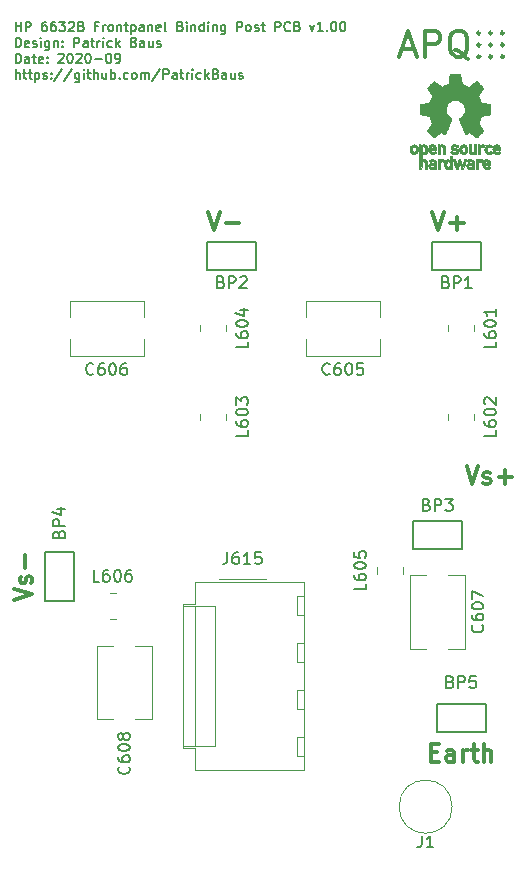
<source format=gbr>
G04 #@! TF.GenerationSoftware,KiCad,Pcbnew,5.1.6*
G04 #@! TF.CreationDate,2020-09-24T11:39:39+02:00*
G04 #@! TF.ProjectId,main,6d61696e-2e6b-4696-9361-645f70636258,v1.00*
G04 #@! TF.SameCoordinates,Original*
G04 #@! TF.FileFunction,Legend,Top*
G04 #@! TF.FilePolarity,Positive*
%FSLAX46Y46*%
G04 Gerber Fmt 4.6, Leading zero omitted, Abs format (unit mm)*
G04 Created by KiCad (PCBNEW 5.1.6) date 2020-09-24 11:39:39*
%MOMM*%
%LPD*%
G01*
G04 APERTURE LIST*
%ADD10C,0.150000*%
%ADD11C,0.300000*%
%ADD12C,0.120000*%
%ADD13C,0.250000*%
%ADD14C,0.010000*%
G04 APERTURE END LIST*
D10*
X131287976Y-71836904D02*
X131287976Y-71036904D01*
X131287976Y-71417857D02*
X131745119Y-71417857D01*
X131745119Y-71836904D02*
X131745119Y-71036904D01*
X132126071Y-71836904D02*
X132126071Y-71036904D01*
X132430833Y-71036904D01*
X132507023Y-71075000D01*
X132545119Y-71113095D01*
X132583214Y-71189285D01*
X132583214Y-71303571D01*
X132545119Y-71379761D01*
X132507023Y-71417857D01*
X132430833Y-71455952D01*
X132126071Y-71455952D01*
X133878452Y-71036904D02*
X133726071Y-71036904D01*
X133649880Y-71075000D01*
X133611785Y-71113095D01*
X133535595Y-71227380D01*
X133497500Y-71379761D01*
X133497500Y-71684523D01*
X133535595Y-71760714D01*
X133573690Y-71798809D01*
X133649880Y-71836904D01*
X133802261Y-71836904D01*
X133878452Y-71798809D01*
X133916547Y-71760714D01*
X133954642Y-71684523D01*
X133954642Y-71494047D01*
X133916547Y-71417857D01*
X133878452Y-71379761D01*
X133802261Y-71341666D01*
X133649880Y-71341666D01*
X133573690Y-71379761D01*
X133535595Y-71417857D01*
X133497500Y-71494047D01*
X134640357Y-71036904D02*
X134487976Y-71036904D01*
X134411785Y-71075000D01*
X134373690Y-71113095D01*
X134297500Y-71227380D01*
X134259404Y-71379761D01*
X134259404Y-71684523D01*
X134297500Y-71760714D01*
X134335595Y-71798809D01*
X134411785Y-71836904D01*
X134564166Y-71836904D01*
X134640357Y-71798809D01*
X134678452Y-71760714D01*
X134716547Y-71684523D01*
X134716547Y-71494047D01*
X134678452Y-71417857D01*
X134640357Y-71379761D01*
X134564166Y-71341666D01*
X134411785Y-71341666D01*
X134335595Y-71379761D01*
X134297500Y-71417857D01*
X134259404Y-71494047D01*
X134983214Y-71036904D02*
X135478452Y-71036904D01*
X135211785Y-71341666D01*
X135326071Y-71341666D01*
X135402261Y-71379761D01*
X135440357Y-71417857D01*
X135478452Y-71494047D01*
X135478452Y-71684523D01*
X135440357Y-71760714D01*
X135402261Y-71798809D01*
X135326071Y-71836904D01*
X135097500Y-71836904D01*
X135021309Y-71798809D01*
X134983214Y-71760714D01*
X135783214Y-71113095D02*
X135821309Y-71075000D01*
X135897500Y-71036904D01*
X136087976Y-71036904D01*
X136164166Y-71075000D01*
X136202261Y-71113095D01*
X136240357Y-71189285D01*
X136240357Y-71265476D01*
X136202261Y-71379761D01*
X135745119Y-71836904D01*
X136240357Y-71836904D01*
X136849880Y-71417857D02*
X136964166Y-71455952D01*
X137002261Y-71494047D01*
X137040357Y-71570238D01*
X137040357Y-71684523D01*
X137002261Y-71760714D01*
X136964166Y-71798809D01*
X136887976Y-71836904D01*
X136583214Y-71836904D01*
X136583214Y-71036904D01*
X136849880Y-71036904D01*
X136926071Y-71075000D01*
X136964166Y-71113095D01*
X137002261Y-71189285D01*
X137002261Y-71265476D01*
X136964166Y-71341666D01*
X136926071Y-71379761D01*
X136849880Y-71417857D01*
X136583214Y-71417857D01*
X138259404Y-71417857D02*
X137992738Y-71417857D01*
X137992738Y-71836904D02*
X137992738Y-71036904D01*
X138373690Y-71036904D01*
X138678452Y-71836904D02*
X138678452Y-71303571D01*
X138678452Y-71455952D02*
X138716547Y-71379761D01*
X138754642Y-71341666D01*
X138830833Y-71303571D01*
X138907023Y-71303571D01*
X139287976Y-71836904D02*
X139211785Y-71798809D01*
X139173690Y-71760714D01*
X139135595Y-71684523D01*
X139135595Y-71455952D01*
X139173690Y-71379761D01*
X139211785Y-71341666D01*
X139287976Y-71303571D01*
X139402261Y-71303571D01*
X139478452Y-71341666D01*
X139516547Y-71379761D01*
X139554642Y-71455952D01*
X139554642Y-71684523D01*
X139516547Y-71760714D01*
X139478452Y-71798809D01*
X139402261Y-71836904D01*
X139287976Y-71836904D01*
X139897500Y-71303571D02*
X139897500Y-71836904D01*
X139897500Y-71379761D02*
X139935595Y-71341666D01*
X140011785Y-71303571D01*
X140126071Y-71303571D01*
X140202261Y-71341666D01*
X140240357Y-71417857D01*
X140240357Y-71836904D01*
X140507023Y-71303571D02*
X140811785Y-71303571D01*
X140621309Y-71036904D02*
X140621309Y-71722619D01*
X140659404Y-71798809D01*
X140735595Y-71836904D01*
X140811785Y-71836904D01*
X141078452Y-71303571D02*
X141078452Y-72103571D01*
X141078452Y-71341666D02*
X141154642Y-71303571D01*
X141307023Y-71303571D01*
X141383214Y-71341666D01*
X141421309Y-71379761D01*
X141459404Y-71455952D01*
X141459404Y-71684523D01*
X141421309Y-71760714D01*
X141383214Y-71798809D01*
X141307023Y-71836904D01*
X141154642Y-71836904D01*
X141078452Y-71798809D01*
X142145119Y-71836904D02*
X142145119Y-71417857D01*
X142107023Y-71341666D01*
X142030833Y-71303571D01*
X141878452Y-71303571D01*
X141802261Y-71341666D01*
X142145119Y-71798809D02*
X142068928Y-71836904D01*
X141878452Y-71836904D01*
X141802261Y-71798809D01*
X141764166Y-71722619D01*
X141764166Y-71646428D01*
X141802261Y-71570238D01*
X141878452Y-71532142D01*
X142068928Y-71532142D01*
X142145119Y-71494047D01*
X142526071Y-71303571D02*
X142526071Y-71836904D01*
X142526071Y-71379761D02*
X142564166Y-71341666D01*
X142640357Y-71303571D01*
X142754642Y-71303571D01*
X142830833Y-71341666D01*
X142868928Y-71417857D01*
X142868928Y-71836904D01*
X143554642Y-71798809D02*
X143478452Y-71836904D01*
X143326071Y-71836904D01*
X143249880Y-71798809D01*
X143211785Y-71722619D01*
X143211785Y-71417857D01*
X143249880Y-71341666D01*
X143326071Y-71303571D01*
X143478452Y-71303571D01*
X143554642Y-71341666D01*
X143592738Y-71417857D01*
X143592738Y-71494047D01*
X143211785Y-71570238D01*
X144049880Y-71836904D02*
X143973690Y-71798809D01*
X143935595Y-71722619D01*
X143935595Y-71036904D01*
X145230833Y-71417857D02*
X145345119Y-71455952D01*
X145383214Y-71494047D01*
X145421309Y-71570238D01*
X145421309Y-71684523D01*
X145383214Y-71760714D01*
X145345119Y-71798809D01*
X145268928Y-71836904D01*
X144964166Y-71836904D01*
X144964166Y-71036904D01*
X145230833Y-71036904D01*
X145307023Y-71075000D01*
X145345119Y-71113095D01*
X145383214Y-71189285D01*
X145383214Y-71265476D01*
X145345119Y-71341666D01*
X145307023Y-71379761D01*
X145230833Y-71417857D01*
X144964166Y-71417857D01*
X145764166Y-71836904D02*
X145764166Y-71303571D01*
X145764166Y-71036904D02*
X145726071Y-71075000D01*
X145764166Y-71113095D01*
X145802261Y-71075000D01*
X145764166Y-71036904D01*
X145764166Y-71113095D01*
X146145119Y-71303571D02*
X146145119Y-71836904D01*
X146145119Y-71379761D02*
X146183214Y-71341666D01*
X146259404Y-71303571D01*
X146373690Y-71303571D01*
X146449880Y-71341666D01*
X146487976Y-71417857D01*
X146487976Y-71836904D01*
X147211785Y-71836904D02*
X147211785Y-71036904D01*
X147211785Y-71798809D02*
X147135595Y-71836904D01*
X146983214Y-71836904D01*
X146907023Y-71798809D01*
X146868928Y-71760714D01*
X146830833Y-71684523D01*
X146830833Y-71455952D01*
X146868928Y-71379761D01*
X146907023Y-71341666D01*
X146983214Y-71303571D01*
X147135595Y-71303571D01*
X147211785Y-71341666D01*
X147592738Y-71836904D02*
X147592738Y-71303571D01*
X147592738Y-71036904D02*
X147554642Y-71075000D01*
X147592738Y-71113095D01*
X147630833Y-71075000D01*
X147592738Y-71036904D01*
X147592738Y-71113095D01*
X147973690Y-71303571D02*
X147973690Y-71836904D01*
X147973690Y-71379761D02*
X148011785Y-71341666D01*
X148087976Y-71303571D01*
X148202261Y-71303571D01*
X148278452Y-71341666D01*
X148316547Y-71417857D01*
X148316547Y-71836904D01*
X149040357Y-71303571D02*
X149040357Y-71951190D01*
X149002261Y-72027380D01*
X148964166Y-72065476D01*
X148887976Y-72103571D01*
X148773690Y-72103571D01*
X148697500Y-72065476D01*
X149040357Y-71798809D02*
X148964166Y-71836904D01*
X148811785Y-71836904D01*
X148735595Y-71798809D01*
X148697500Y-71760714D01*
X148659404Y-71684523D01*
X148659404Y-71455952D01*
X148697500Y-71379761D01*
X148735595Y-71341666D01*
X148811785Y-71303571D01*
X148964166Y-71303571D01*
X149040357Y-71341666D01*
X150030833Y-71836904D02*
X150030833Y-71036904D01*
X150335595Y-71036904D01*
X150411785Y-71075000D01*
X150449880Y-71113095D01*
X150487976Y-71189285D01*
X150487976Y-71303571D01*
X150449880Y-71379761D01*
X150411785Y-71417857D01*
X150335595Y-71455952D01*
X150030833Y-71455952D01*
X150945119Y-71836904D02*
X150868928Y-71798809D01*
X150830833Y-71760714D01*
X150792738Y-71684523D01*
X150792738Y-71455952D01*
X150830833Y-71379761D01*
X150868928Y-71341666D01*
X150945119Y-71303571D01*
X151059404Y-71303571D01*
X151135595Y-71341666D01*
X151173690Y-71379761D01*
X151211785Y-71455952D01*
X151211785Y-71684523D01*
X151173690Y-71760714D01*
X151135595Y-71798809D01*
X151059404Y-71836904D01*
X150945119Y-71836904D01*
X151516547Y-71798809D02*
X151592738Y-71836904D01*
X151745119Y-71836904D01*
X151821309Y-71798809D01*
X151859404Y-71722619D01*
X151859404Y-71684523D01*
X151821309Y-71608333D01*
X151745119Y-71570238D01*
X151630833Y-71570238D01*
X151554642Y-71532142D01*
X151516547Y-71455952D01*
X151516547Y-71417857D01*
X151554642Y-71341666D01*
X151630833Y-71303571D01*
X151745119Y-71303571D01*
X151821309Y-71341666D01*
X152087976Y-71303571D02*
X152392738Y-71303571D01*
X152202261Y-71036904D02*
X152202261Y-71722619D01*
X152240357Y-71798809D01*
X152316547Y-71836904D01*
X152392738Y-71836904D01*
X153268928Y-71836904D02*
X153268928Y-71036904D01*
X153573690Y-71036904D01*
X153649880Y-71075000D01*
X153687976Y-71113095D01*
X153726071Y-71189285D01*
X153726071Y-71303571D01*
X153687976Y-71379761D01*
X153649880Y-71417857D01*
X153573690Y-71455952D01*
X153268928Y-71455952D01*
X154526071Y-71760714D02*
X154487976Y-71798809D01*
X154373690Y-71836904D01*
X154297500Y-71836904D01*
X154183214Y-71798809D01*
X154107023Y-71722619D01*
X154068928Y-71646428D01*
X154030833Y-71494047D01*
X154030833Y-71379761D01*
X154068928Y-71227380D01*
X154107023Y-71151190D01*
X154183214Y-71075000D01*
X154297500Y-71036904D01*
X154373690Y-71036904D01*
X154487976Y-71075000D01*
X154526071Y-71113095D01*
X155135595Y-71417857D02*
X155249880Y-71455952D01*
X155287976Y-71494047D01*
X155326071Y-71570238D01*
X155326071Y-71684523D01*
X155287976Y-71760714D01*
X155249880Y-71798809D01*
X155173690Y-71836904D01*
X154868928Y-71836904D01*
X154868928Y-71036904D01*
X155135595Y-71036904D01*
X155211785Y-71075000D01*
X155249880Y-71113095D01*
X155287976Y-71189285D01*
X155287976Y-71265476D01*
X155249880Y-71341666D01*
X155211785Y-71379761D01*
X155135595Y-71417857D01*
X154868928Y-71417857D01*
X156202261Y-71303571D02*
X156392738Y-71836904D01*
X156583214Y-71303571D01*
X157307023Y-71836904D02*
X156849880Y-71836904D01*
X157078452Y-71836904D02*
X157078452Y-71036904D01*
X157002261Y-71151190D01*
X156926071Y-71227380D01*
X156849880Y-71265476D01*
X157649880Y-71760714D02*
X157687976Y-71798809D01*
X157649880Y-71836904D01*
X157611785Y-71798809D01*
X157649880Y-71760714D01*
X157649880Y-71836904D01*
X158183214Y-71036904D02*
X158259404Y-71036904D01*
X158335595Y-71075000D01*
X158373690Y-71113095D01*
X158411785Y-71189285D01*
X158449880Y-71341666D01*
X158449880Y-71532142D01*
X158411785Y-71684523D01*
X158373690Y-71760714D01*
X158335595Y-71798809D01*
X158259404Y-71836904D01*
X158183214Y-71836904D01*
X158107023Y-71798809D01*
X158068928Y-71760714D01*
X158030833Y-71684523D01*
X157992738Y-71532142D01*
X157992738Y-71341666D01*
X158030833Y-71189285D01*
X158068928Y-71113095D01*
X158107023Y-71075000D01*
X158183214Y-71036904D01*
X158945119Y-71036904D02*
X159021309Y-71036904D01*
X159097500Y-71075000D01*
X159135595Y-71113095D01*
X159173690Y-71189285D01*
X159211785Y-71341666D01*
X159211785Y-71532142D01*
X159173690Y-71684523D01*
X159135595Y-71760714D01*
X159097500Y-71798809D01*
X159021309Y-71836904D01*
X158945119Y-71836904D01*
X158868928Y-71798809D01*
X158830833Y-71760714D01*
X158792738Y-71684523D01*
X158754642Y-71532142D01*
X158754642Y-71341666D01*
X158792738Y-71189285D01*
X158830833Y-71113095D01*
X158868928Y-71075000D01*
X158945119Y-71036904D01*
X131287976Y-73186904D02*
X131287976Y-72386904D01*
X131478452Y-72386904D01*
X131592738Y-72425000D01*
X131668928Y-72501190D01*
X131707023Y-72577380D01*
X131745119Y-72729761D01*
X131745119Y-72844047D01*
X131707023Y-72996428D01*
X131668928Y-73072619D01*
X131592738Y-73148809D01*
X131478452Y-73186904D01*
X131287976Y-73186904D01*
X132392738Y-73148809D02*
X132316547Y-73186904D01*
X132164166Y-73186904D01*
X132087976Y-73148809D01*
X132049880Y-73072619D01*
X132049880Y-72767857D01*
X132087976Y-72691666D01*
X132164166Y-72653571D01*
X132316547Y-72653571D01*
X132392738Y-72691666D01*
X132430833Y-72767857D01*
X132430833Y-72844047D01*
X132049880Y-72920238D01*
X132735595Y-73148809D02*
X132811785Y-73186904D01*
X132964166Y-73186904D01*
X133040357Y-73148809D01*
X133078452Y-73072619D01*
X133078452Y-73034523D01*
X133040357Y-72958333D01*
X132964166Y-72920238D01*
X132849880Y-72920238D01*
X132773690Y-72882142D01*
X132735595Y-72805952D01*
X132735595Y-72767857D01*
X132773690Y-72691666D01*
X132849880Y-72653571D01*
X132964166Y-72653571D01*
X133040357Y-72691666D01*
X133421309Y-73186904D02*
X133421309Y-72653571D01*
X133421309Y-72386904D02*
X133383214Y-72425000D01*
X133421309Y-72463095D01*
X133459404Y-72425000D01*
X133421309Y-72386904D01*
X133421309Y-72463095D01*
X134145119Y-72653571D02*
X134145119Y-73301190D01*
X134107023Y-73377380D01*
X134068928Y-73415476D01*
X133992738Y-73453571D01*
X133878452Y-73453571D01*
X133802261Y-73415476D01*
X134145119Y-73148809D02*
X134068928Y-73186904D01*
X133916547Y-73186904D01*
X133840357Y-73148809D01*
X133802261Y-73110714D01*
X133764166Y-73034523D01*
X133764166Y-72805952D01*
X133802261Y-72729761D01*
X133840357Y-72691666D01*
X133916547Y-72653571D01*
X134068928Y-72653571D01*
X134145119Y-72691666D01*
X134526071Y-72653571D02*
X134526071Y-73186904D01*
X134526071Y-72729761D02*
X134564166Y-72691666D01*
X134640357Y-72653571D01*
X134754642Y-72653571D01*
X134830833Y-72691666D01*
X134868928Y-72767857D01*
X134868928Y-73186904D01*
X135249880Y-73110714D02*
X135287976Y-73148809D01*
X135249880Y-73186904D01*
X135211785Y-73148809D01*
X135249880Y-73110714D01*
X135249880Y-73186904D01*
X135249880Y-72691666D02*
X135287976Y-72729761D01*
X135249880Y-72767857D01*
X135211785Y-72729761D01*
X135249880Y-72691666D01*
X135249880Y-72767857D01*
X136240357Y-73186904D02*
X136240357Y-72386904D01*
X136545119Y-72386904D01*
X136621309Y-72425000D01*
X136659404Y-72463095D01*
X136697500Y-72539285D01*
X136697500Y-72653571D01*
X136659404Y-72729761D01*
X136621309Y-72767857D01*
X136545119Y-72805952D01*
X136240357Y-72805952D01*
X137383214Y-73186904D02*
X137383214Y-72767857D01*
X137345119Y-72691666D01*
X137268928Y-72653571D01*
X137116547Y-72653571D01*
X137040357Y-72691666D01*
X137383214Y-73148809D02*
X137307023Y-73186904D01*
X137116547Y-73186904D01*
X137040357Y-73148809D01*
X137002261Y-73072619D01*
X137002261Y-72996428D01*
X137040357Y-72920238D01*
X137116547Y-72882142D01*
X137307023Y-72882142D01*
X137383214Y-72844047D01*
X137649880Y-72653571D02*
X137954642Y-72653571D01*
X137764166Y-72386904D02*
X137764166Y-73072619D01*
X137802261Y-73148809D01*
X137878452Y-73186904D01*
X137954642Y-73186904D01*
X138221309Y-73186904D02*
X138221309Y-72653571D01*
X138221309Y-72805952D02*
X138259404Y-72729761D01*
X138297500Y-72691666D01*
X138373690Y-72653571D01*
X138449880Y-72653571D01*
X138716547Y-73186904D02*
X138716547Y-72653571D01*
X138716547Y-72386904D02*
X138678452Y-72425000D01*
X138716547Y-72463095D01*
X138754642Y-72425000D01*
X138716547Y-72386904D01*
X138716547Y-72463095D01*
X139440357Y-73148809D02*
X139364166Y-73186904D01*
X139211785Y-73186904D01*
X139135595Y-73148809D01*
X139097500Y-73110714D01*
X139059404Y-73034523D01*
X139059404Y-72805952D01*
X139097500Y-72729761D01*
X139135595Y-72691666D01*
X139211785Y-72653571D01*
X139364166Y-72653571D01*
X139440357Y-72691666D01*
X139783214Y-73186904D02*
X139783214Y-72386904D01*
X139859404Y-72882142D02*
X140087976Y-73186904D01*
X140087976Y-72653571D02*
X139783214Y-72958333D01*
X141307023Y-72767857D02*
X141421309Y-72805952D01*
X141459404Y-72844047D01*
X141497500Y-72920238D01*
X141497500Y-73034523D01*
X141459404Y-73110714D01*
X141421309Y-73148809D01*
X141345119Y-73186904D01*
X141040357Y-73186904D01*
X141040357Y-72386904D01*
X141307023Y-72386904D01*
X141383214Y-72425000D01*
X141421309Y-72463095D01*
X141459404Y-72539285D01*
X141459404Y-72615476D01*
X141421309Y-72691666D01*
X141383214Y-72729761D01*
X141307023Y-72767857D01*
X141040357Y-72767857D01*
X142183214Y-73186904D02*
X142183214Y-72767857D01*
X142145119Y-72691666D01*
X142068928Y-72653571D01*
X141916547Y-72653571D01*
X141840357Y-72691666D01*
X142183214Y-73148809D02*
X142107023Y-73186904D01*
X141916547Y-73186904D01*
X141840357Y-73148809D01*
X141802261Y-73072619D01*
X141802261Y-72996428D01*
X141840357Y-72920238D01*
X141916547Y-72882142D01*
X142107023Y-72882142D01*
X142183214Y-72844047D01*
X142907023Y-72653571D02*
X142907023Y-73186904D01*
X142564166Y-72653571D02*
X142564166Y-73072619D01*
X142602261Y-73148809D01*
X142678452Y-73186904D01*
X142792738Y-73186904D01*
X142868928Y-73148809D01*
X142907023Y-73110714D01*
X143249880Y-73148809D02*
X143326071Y-73186904D01*
X143478452Y-73186904D01*
X143554642Y-73148809D01*
X143592738Y-73072619D01*
X143592738Y-73034523D01*
X143554642Y-72958333D01*
X143478452Y-72920238D01*
X143364166Y-72920238D01*
X143287976Y-72882142D01*
X143249880Y-72805952D01*
X143249880Y-72767857D01*
X143287976Y-72691666D01*
X143364166Y-72653571D01*
X143478452Y-72653571D01*
X143554642Y-72691666D01*
X131287976Y-74536904D02*
X131287976Y-73736904D01*
X131478452Y-73736904D01*
X131592738Y-73775000D01*
X131668928Y-73851190D01*
X131707023Y-73927380D01*
X131745119Y-74079761D01*
X131745119Y-74194047D01*
X131707023Y-74346428D01*
X131668928Y-74422619D01*
X131592738Y-74498809D01*
X131478452Y-74536904D01*
X131287976Y-74536904D01*
X132430833Y-74536904D02*
X132430833Y-74117857D01*
X132392738Y-74041666D01*
X132316547Y-74003571D01*
X132164166Y-74003571D01*
X132087976Y-74041666D01*
X132430833Y-74498809D02*
X132354642Y-74536904D01*
X132164166Y-74536904D01*
X132087976Y-74498809D01*
X132049880Y-74422619D01*
X132049880Y-74346428D01*
X132087976Y-74270238D01*
X132164166Y-74232142D01*
X132354642Y-74232142D01*
X132430833Y-74194047D01*
X132697500Y-74003571D02*
X133002261Y-74003571D01*
X132811785Y-73736904D02*
X132811785Y-74422619D01*
X132849880Y-74498809D01*
X132926071Y-74536904D01*
X133002261Y-74536904D01*
X133573690Y-74498809D02*
X133497500Y-74536904D01*
X133345119Y-74536904D01*
X133268928Y-74498809D01*
X133230833Y-74422619D01*
X133230833Y-74117857D01*
X133268928Y-74041666D01*
X133345119Y-74003571D01*
X133497500Y-74003571D01*
X133573690Y-74041666D01*
X133611785Y-74117857D01*
X133611785Y-74194047D01*
X133230833Y-74270238D01*
X133954642Y-74460714D02*
X133992738Y-74498809D01*
X133954642Y-74536904D01*
X133916547Y-74498809D01*
X133954642Y-74460714D01*
X133954642Y-74536904D01*
X133954642Y-74041666D02*
X133992738Y-74079761D01*
X133954642Y-74117857D01*
X133916547Y-74079761D01*
X133954642Y-74041666D01*
X133954642Y-74117857D01*
X134907023Y-73813095D02*
X134945119Y-73775000D01*
X135021309Y-73736904D01*
X135211785Y-73736904D01*
X135287976Y-73775000D01*
X135326071Y-73813095D01*
X135364166Y-73889285D01*
X135364166Y-73965476D01*
X135326071Y-74079761D01*
X134868928Y-74536904D01*
X135364166Y-74536904D01*
X135859404Y-73736904D02*
X135935595Y-73736904D01*
X136011785Y-73775000D01*
X136049880Y-73813095D01*
X136087976Y-73889285D01*
X136126071Y-74041666D01*
X136126071Y-74232142D01*
X136087976Y-74384523D01*
X136049880Y-74460714D01*
X136011785Y-74498809D01*
X135935595Y-74536904D01*
X135859404Y-74536904D01*
X135783214Y-74498809D01*
X135745119Y-74460714D01*
X135707023Y-74384523D01*
X135668928Y-74232142D01*
X135668928Y-74041666D01*
X135707023Y-73889285D01*
X135745119Y-73813095D01*
X135783214Y-73775000D01*
X135859404Y-73736904D01*
X136430833Y-73813095D02*
X136468928Y-73775000D01*
X136545119Y-73736904D01*
X136735595Y-73736904D01*
X136811785Y-73775000D01*
X136849880Y-73813095D01*
X136887976Y-73889285D01*
X136887976Y-73965476D01*
X136849880Y-74079761D01*
X136392738Y-74536904D01*
X136887976Y-74536904D01*
X137383214Y-73736904D02*
X137459404Y-73736904D01*
X137535595Y-73775000D01*
X137573690Y-73813095D01*
X137611785Y-73889285D01*
X137649880Y-74041666D01*
X137649880Y-74232142D01*
X137611785Y-74384523D01*
X137573690Y-74460714D01*
X137535595Y-74498809D01*
X137459404Y-74536904D01*
X137383214Y-74536904D01*
X137307023Y-74498809D01*
X137268928Y-74460714D01*
X137230833Y-74384523D01*
X137192738Y-74232142D01*
X137192738Y-74041666D01*
X137230833Y-73889285D01*
X137268928Y-73813095D01*
X137307023Y-73775000D01*
X137383214Y-73736904D01*
X137992738Y-74232142D02*
X138602261Y-74232142D01*
X139135595Y-73736904D02*
X139211785Y-73736904D01*
X139287976Y-73775000D01*
X139326071Y-73813095D01*
X139364166Y-73889285D01*
X139402261Y-74041666D01*
X139402261Y-74232142D01*
X139364166Y-74384523D01*
X139326071Y-74460714D01*
X139287976Y-74498809D01*
X139211785Y-74536904D01*
X139135595Y-74536904D01*
X139059404Y-74498809D01*
X139021309Y-74460714D01*
X138983214Y-74384523D01*
X138945119Y-74232142D01*
X138945119Y-74041666D01*
X138983214Y-73889285D01*
X139021309Y-73813095D01*
X139059404Y-73775000D01*
X139135595Y-73736904D01*
X139783214Y-74536904D02*
X139935595Y-74536904D01*
X140011785Y-74498809D01*
X140049880Y-74460714D01*
X140126071Y-74346428D01*
X140164166Y-74194047D01*
X140164166Y-73889285D01*
X140126071Y-73813095D01*
X140087976Y-73775000D01*
X140011785Y-73736904D01*
X139859404Y-73736904D01*
X139783214Y-73775000D01*
X139745119Y-73813095D01*
X139707023Y-73889285D01*
X139707023Y-74079761D01*
X139745119Y-74155952D01*
X139783214Y-74194047D01*
X139859404Y-74232142D01*
X140011785Y-74232142D01*
X140087976Y-74194047D01*
X140126071Y-74155952D01*
X140164166Y-74079761D01*
X131287976Y-75886904D02*
X131287976Y-75086904D01*
X131630833Y-75886904D02*
X131630833Y-75467857D01*
X131592738Y-75391666D01*
X131516547Y-75353571D01*
X131402261Y-75353571D01*
X131326071Y-75391666D01*
X131287976Y-75429761D01*
X131897500Y-75353571D02*
X132202261Y-75353571D01*
X132011785Y-75086904D02*
X132011785Y-75772619D01*
X132049880Y-75848809D01*
X132126071Y-75886904D01*
X132202261Y-75886904D01*
X132354642Y-75353571D02*
X132659404Y-75353571D01*
X132468928Y-75086904D02*
X132468928Y-75772619D01*
X132507023Y-75848809D01*
X132583214Y-75886904D01*
X132659404Y-75886904D01*
X132926071Y-75353571D02*
X132926071Y-76153571D01*
X132926071Y-75391666D02*
X133002261Y-75353571D01*
X133154642Y-75353571D01*
X133230833Y-75391666D01*
X133268928Y-75429761D01*
X133307023Y-75505952D01*
X133307023Y-75734523D01*
X133268928Y-75810714D01*
X133230833Y-75848809D01*
X133154642Y-75886904D01*
X133002261Y-75886904D01*
X132926071Y-75848809D01*
X133611785Y-75848809D02*
X133687976Y-75886904D01*
X133840357Y-75886904D01*
X133916547Y-75848809D01*
X133954642Y-75772619D01*
X133954642Y-75734523D01*
X133916547Y-75658333D01*
X133840357Y-75620238D01*
X133726071Y-75620238D01*
X133649880Y-75582142D01*
X133611785Y-75505952D01*
X133611785Y-75467857D01*
X133649880Y-75391666D01*
X133726071Y-75353571D01*
X133840357Y-75353571D01*
X133916547Y-75391666D01*
X134297500Y-75810714D02*
X134335595Y-75848809D01*
X134297500Y-75886904D01*
X134259404Y-75848809D01*
X134297500Y-75810714D01*
X134297500Y-75886904D01*
X134297500Y-75391666D02*
X134335595Y-75429761D01*
X134297500Y-75467857D01*
X134259404Y-75429761D01*
X134297500Y-75391666D01*
X134297500Y-75467857D01*
X135249880Y-75048809D02*
X134564166Y-76077380D01*
X136087976Y-75048809D02*
X135402261Y-76077380D01*
X136697500Y-75353571D02*
X136697500Y-76001190D01*
X136659404Y-76077380D01*
X136621309Y-76115476D01*
X136545119Y-76153571D01*
X136430833Y-76153571D01*
X136354642Y-76115476D01*
X136697500Y-75848809D02*
X136621309Y-75886904D01*
X136468928Y-75886904D01*
X136392738Y-75848809D01*
X136354642Y-75810714D01*
X136316547Y-75734523D01*
X136316547Y-75505952D01*
X136354642Y-75429761D01*
X136392738Y-75391666D01*
X136468928Y-75353571D01*
X136621309Y-75353571D01*
X136697500Y-75391666D01*
X137078452Y-75886904D02*
X137078452Y-75353571D01*
X137078452Y-75086904D02*
X137040357Y-75125000D01*
X137078452Y-75163095D01*
X137116547Y-75125000D01*
X137078452Y-75086904D01*
X137078452Y-75163095D01*
X137345119Y-75353571D02*
X137649880Y-75353571D01*
X137459404Y-75086904D02*
X137459404Y-75772619D01*
X137497500Y-75848809D01*
X137573690Y-75886904D01*
X137649880Y-75886904D01*
X137916547Y-75886904D02*
X137916547Y-75086904D01*
X138259404Y-75886904D02*
X138259404Y-75467857D01*
X138221309Y-75391666D01*
X138145119Y-75353571D01*
X138030833Y-75353571D01*
X137954642Y-75391666D01*
X137916547Y-75429761D01*
X138983214Y-75353571D02*
X138983214Y-75886904D01*
X138640357Y-75353571D02*
X138640357Y-75772619D01*
X138678452Y-75848809D01*
X138754642Y-75886904D01*
X138868928Y-75886904D01*
X138945119Y-75848809D01*
X138983214Y-75810714D01*
X139364166Y-75886904D02*
X139364166Y-75086904D01*
X139364166Y-75391666D02*
X139440357Y-75353571D01*
X139592738Y-75353571D01*
X139668928Y-75391666D01*
X139707023Y-75429761D01*
X139745119Y-75505952D01*
X139745119Y-75734523D01*
X139707023Y-75810714D01*
X139668928Y-75848809D01*
X139592738Y-75886904D01*
X139440357Y-75886904D01*
X139364166Y-75848809D01*
X140087976Y-75810714D02*
X140126071Y-75848809D01*
X140087976Y-75886904D01*
X140049880Y-75848809D01*
X140087976Y-75810714D01*
X140087976Y-75886904D01*
X140811785Y-75848809D02*
X140735595Y-75886904D01*
X140583214Y-75886904D01*
X140507023Y-75848809D01*
X140468928Y-75810714D01*
X140430833Y-75734523D01*
X140430833Y-75505952D01*
X140468928Y-75429761D01*
X140507023Y-75391666D01*
X140583214Y-75353571D01*
X140735595Y-75353571D01*
X140811785Y-75391666D01*
X141268928Y-75886904D02*
X141192738Y-75848809D01*
X141154642Y-75810714D01*
X141116547Y-75734523D01*
X141116547Y-75505952D01*
X141154642Y-75429761D01*
X141192738Y-75391666D01*
X141268928Y-75353571D01*
X141383214Y-75353571D01*
X141459404Y-75391666D01*
X141497500Y-75429761D01*
X141535595Y-75505952D01*
X141535595Y-75734523D01*
X141497500Y-75810714D01*
X141459404Y-75848809D01*
X141383214Y-75886904D01*
X141268928Y-75886904D01*
X141878452Y-75886904D02*
X141878452Y-75353571D01*
X141878452Y-75429761D02*
X141916547Y-75391666D01*
X141992738Y-75353571D01*
X142107023Y-75353571D01*
X142183214Y-75391666D01*
X142221309Y-75467857D01*
X142221309Y-75886904D01*
X142221309Y-75467857D02*
X142259404Y-75391666D01*
X142335595Y-75353571D01*
X142449880Y-75353571D01*
X142526071Y-75391666D01*
X142564166Y-75467857D01*
X142564166Y-75886904D01*
X143516547Y-75048809D02*
X142830833Y-76077380D01*
X143783214Y-75886904D02*
X143783214Y-75086904D01*
X144087976Y-75086904D01*
X144164166Y-75125000D01*
X144202261Y-75163095D01*
X144240357Y-75239285D01*
X144240357Y-75353571D01*
X144202261Y-75429761D01*
X144164166Y-75467857D01*
X144087976Y-75505952D01*
X143783214Y-75505952D01*
X144926071Y-75886904D02*
X144926071Y-75467857D01*
X144887976Y-75391666D01*
X144811785Y-75353571D01*
X144659404Y-75353571D01*
X144583214Y-75391666D01*
X144926071Y-75848809D02*
X144849880Y-75886904D01*
X144659404Y-75886904D01*
X144583214Y-75848809D01*
X144545119Y-75772619D01*
X144545119Y-75696428D01*
X144583214Y-75620238D01*
X144659404Y-75582142D01*
X144849880Y-75582142D01*
X144926071Y-75544047D01*
X145192738Y-75353571D02*
X145497500Y-75353571D01*
X145307023Y-75086904D02*
X145307023Y-75772619D01*
X145345119Y-75848809D01*
X145421309Y-75886904D01*
X145497500Y-75886904D01*
X145764166Y-75886904D02*
X145764166Y-75353571D01*
X145764166Y-75505952D02*
X145802261Y-75429761D01*
X145840357Y-75391666D01*
X145916547Y-75353571D01*
X145992738Y-75353571D01*
X146259404Y-75886904D02*
X146259404Y-75353571D01*
X146259404Y-75086904D02*
X146221309Y-75125000D01*
X146259404Y-75163095D01*
X146297500Y-75125000D01*
X146259404Y-75086904D01*
X146259404Y-75163095D01*
X146983214Y-75848809D02*
X146907023Y-75886904D01*
X146754642Y-75886904D01*
X146678452Y-75848809D01*
X146640357Y-75810714D01*
X146602261Y-75734523D01*
X146602261Y-75505952D01*
X146640357Y-75429761D01*
X146678452Y-75391666D01*
X146754642Y-75353571D01*
X146907023Y-75353571D01*
X146983214Y-75391666D01*
X147326071Y-75886904D02*
X147326071Y-75086904D01*
X147402261Y-75582142D02*
X147630833Y-75886904D01*
X147630833Y-75353571D02*
X147326071Y-75658333D01*
X148240357Y-75467857D02*
X148354642Y-75505952D01*
X148392738Y-75544047D01*
X148430833Y-75620238D01*
X148430833Y-75734523D01*
X148392738Y-75810714D01*
X148354642Y-75848809D01*
X148278452Y-75886904D01*
X147973690Y-75886904D01*
X147973690Y-75086904D01*
X148240357Y-75086904D01*
X148316547Y-75125000D01*
X148354642Y-75163095D01*
X148392738Y-75239285D01*
X148392738Y-75315476D01*
X148354642Y-75391666D01*
X148316547Y-75429761D01*
X148240357Y-75467857D01*
X147973690Y-75467857D01*
X149116547Y-75886904D02*
X149116547Y-75467857D01*
X149078452Y-75391666D01*
X149002261Y-75353571D01*
X148849880Y-75353571D01*
X148773690Y-75391666D01*
X149116547Y-75848809D02*
X149040357Y-75886904D01*
X148849880Y-75886904D01*
X148773690Y-75848809D01*
X148735595Y-75772619D01*
X148735595Y-75696428D01*
X148773690Y-75620238D01*
X148849880Y-75582142D01*
X149040357Y-75582142D01*
X149116547Y-75544047D01*
X149840357Y-75353571D02*
X149840357Y-75886904D01*
X149497500Y-75353571D02*
X149497500Y-75772619D01*
X149535595Y-75848809D01*
X149611785Y-75886904D01*
X149726071Y-75886904D01*
X149802261Y-75848809D01*
X149840357Y-75810714D01*
X150183214Y-75848809D02*
X150259404Y-75886904D01*
X150411785Y-75886904D01*
X150487976Y-75848809D01*
X150526071Y-75772619D01*
X150526071Y-75734523D01*
X150487976Y-75658333D01*
X150411785Y-75620238D01*
X150297500Y-75620238D01*
X150221309Y-75582142D01*
X150183214Y-75505952D01*
X150183214Y-75467857D01*
X150221309Y-75391666D01*
X150297500Y-75353571D01*
X150411785Y-75353571D01*
X150487976Y-75391666D01*
D11*
X166428571Y-132892857D02*
X166928571Y-132892857D01*
X167142857Y-133678571D02*
X166428571Y-133678571D01*
X166428571Y-132178571D01*
X167142857Y-132178571D01*
X168428571Y-133678571D02*
X168428571Y-132892857D01*
X168357142Y-132750000D01*
X168214285Y-132678571D01*
X167928571Y-132678571D01*
X167785714Y-132750000D01*
X168428571Y-133607142D02*
X168285714Y-133678571D01*
X167928571Y-133678571D01*
X167785714Y-133607142D01*
X167714285Y-133464285D01*
X167714285Y-133321428D01*
X167785714Y-133178571D01*
X167928571Y-133107142D01*
X168285714Y-133107142D01*
X168428571Y-133035714D01*
X169142857Y-133678571D02*
X169142857Y-132678571D01*
X169142857Y-132964285D02*
X169214285Y-132821428D01*
X169285714Y-132750000D01*
X169428571Y-132678571D01*
X169571428Y-132678571D01*
X169857142Y-132678571D02*
X170428571Y-132678571D01*
X170071428Y-132178571D02*
X170071428Y-133464285D01*
X170142857Y-133607142D01*
X170285714Y-133678571D01*
X170428571Y-133678571D01*
X170928571Y-133678571D02*
X170928571Y-132178571D01*
X171571428Y-133678571D02*
X171571428Y-132892857D01*
X171500000Y-132750000D01*
X171357142Y-132678571D01*
X171142857Y-132678571D01*
X171000000Y-132750000D01*
X170928571Y-132821428D01*
X131178571Y-120035714D02*
X132678571Y-119535714D01*
X131178571Y-119035714D01*
X132607142Y-118607142D02*
X132678571Y-118464285D01*
X132678571Y-118178571D01*
X132607142Y-118035714D01*
X132464285Y-117964285D01*
X132392857Y-117964285D01*
X132250000Y-118035714D01*
X132178571Y-118178571D01*
X132178571Y-118392857D01*
X132107142Y-118535714D01*
X131964285Y-118607142D01*
X131892857Y-118607142D01*
X131750000Y-118535714D01*
X131678571Y-118392857D01*
X131678571Y-118178571D01*
X131750000Y-118035714D01*
X132107142Y-117321428D02*
X132107142Y-116178571D01*
X169464285Y-108678571D02*
X169964285Y-110178571D01*
X170464285Y-108678571D01*
X170892857Y-110107142D02*
X171035714Y-110178571D01*
X171321428Y-110178571D01*
X171464285Y-110107142D01*
X171535714Y-109964285D01*
X171535714Y-109892857D01*
X171464285Y-109750000D01*
X171321428Y-109678571D01*
X171107142Y-109678571D01*
X170964285Y-109607142D01*
X170892857Y-109464285D01*
X170892857Y-109392857D01*
X170964285Y-109250000D01*
X171107142Y-109178571D01*
X171321428Y-109178571D01*
X171464285Y-109250000D01*
X172178571Y-109607142D02*
X173321428Y-109607142D01*
X172750000Y-110178571D02*
X172750000Y-109035714D01*
X147571428Y-87178571D02*
X148071428Y-88678571D01*
X148571428Y-87178571D01*
X149071428Y-88107142D02*
X150214285Y-88107142D01*
X166571428Y-87178571D02*
X167071428Y-88678571D01*
X167571428Y-87178571D01*
X168071428Y-88107142D02*
X169214285Y-88107142D01*
X168642857Y-88678571D02*
X168642857Y-87535714D01*
D12*
X168250000Y-137500000D02*
G75*
G03*
X168250000Y-137500000I-2250000J0D01*
G01*
D10*
X171150000Y-131200000D02*
X166950000Y-131200000D01*
X166950000Y-131200000D02*
X166950000Y-128800000D01*
X166950000Y-128800000D02*
X171150000Y-128800000D01*
X171150000Y-128800000D02*
X171150000Y-131200000D01*
D12*
X141425000Y-123880000D02*
X142821000Y-123880000D01*
X138179000Y-123880000D02*
X139575000Y-123880000D01*
X141425000Y-130120000D02*
X142821000Y-130120000D01*
X138179000Y-130120000D02*
X139575000Y-130120000D01*
X142821000Y-130120000D02*
X142821000Y-123880000D01*
X138179000Y-130120000D02*
X138179000Y-123880000D01*
X169321000Y-117880000D02*
X169321000Y-124120000D01*
X164679000Y-117880000D02*
X164679000Y-124120000D01*
X169321000Y-117880000D02*
X167925000Y-117880000D01*
X166075000Y-117880000D02*
X164679000Y-117880000D01*
X169321000Y-124120000D02*
X167925000Y-124120000D01*
X166075000Y-124120000D02*
X164679000Y-124120000D01*
X139761252Y-121610000D02*
X139238748Y-121610000D01*
X139761252Y-119390000D02*
X139238748Y-119390000D01*
X161890000Y-117761252D02*
X161890000Y-117238748D01*
X164110000Y-117761252D02*
X164110000Y-117238748D01*
D10*
X136200000Y-115900000D02*
X136200000Y-120100000D01*
X136200000Y-120100000D02*
X133800000Y-120100000D01*
X133800000Y-120100000D02*
X133800000Y-115900000D01*
X133800000Y-115900000D02*
X136200000Y-115900000D01*
X169100000Y-115700000D02*
X164900000Y-115700000D01*
X164900000Y-115700000D02*
X164900000Y-113300000D01*
X164900000Y-113300000D02*
X169100000Y-113300000D01*
X169100000Y-113300000D02*
X169100000Y-115700000D01*
X151675000Y-89700000D02*
X151675000Y-92100000D01*
X147475000Y-89700000D02*
X151675000Y-89700000D01*
X147475000Y-92100000D02*
X147475000Y-89700000D01*
X151675000Y-92100000D02*
X147475000Y-92100000D01*
X170725000Y-89700000D02*
X170725000Y-92100000D01*
X166525000Y-89700000D02*
X170725000Y-89700000D01*
X166525000Y-92100000D02*
X166525000Y-89700000D01*
X170725000Y-92100000D02*
X166525000Y-92100000D01*
D13*
X172625000Y-72000000D02*
G75*
G03*
X172625000Y-72000000I-125000J0D01*
G01*
X171625000Y-72000000D02*
G75*
G03*
X171625000Y-72000000I-125000J0D01*
G01*
X170625000Y-72000000D02*
G75*
G03*
X170625000Y-72000000I-125000J0D01*
G01*
X170625000Y-73000000D02*
G75*
G03*
X170625000Y-73000000I-125000J0D01*
G01*
X171625000Y-73000000D02*
G75*
G03*
X171625000Y-73000000I-125000J0D01*
G01*
X172625000Y-73000000D02*
G75*
G03*
X172625000Y-73000000I-125000J0D01*
G01*
X171625000Y-74000000D02*
G75*
G03*
X171625000Y-74000000I-125000J0D01*
G01*
X172625000Y-74000000D02*
G75*
G03*
X172625000Y-74000000I-125000J0D01*
G01*
X170625000Y-74000000D02*
G75*
G03*
X170625000Y-74000000I-125000J0D01*
G01*
D14*
G36*
X169000964Y-75898576D02*
G01*
X169076513Y-76299322D01*
X169634041Y-76529154D01*
X169968465Y-76301748D01*
X170062122Y-76238431D01*
X170146782Y-76181896D01*
X170218495Y-76134727D01*
X170273311Y-76099502D01*
X170307280Y-76078805D01*
X170316530Y-76074342D01*
X170333195Y-76085820D01*
X170368806Y-76117551D01*
X170419371Y-76165483D01*
X170480900Y-76225562D01*
X170549399Y-76293733D01*
X170620879Y-76365945D01*
X170691347Y-76438142D01*
X170756811Y-76506273D01*
X170813280Y-76566283D01*
X170856763Y-76614119D01*
X170883268Y-76645727D01*
X170889605Y-76656305D01*
X170880486Y-76675806D01*
X170854920Y-76718531D01*
X170815597Y-76780298D01*
X170765203Y-76856931D01*
X170706427Y-76944248D01*
X170672368Y-76994052D01*
X170610289Y-77084993D01*
X170555126Y-77167059D01*
X170509554Y-77236163D01*
X170476250Y-77288222D01*
X170457890Y-77319150D01*
X170455131Y-77325650D01*
X170461385Y-77344121D01*
X170478434Y-77387172D01*
X170503703Y-77448749D01*
X170534622Y-77522799D01*
X170568618Y-77603270D01*
X170603118Y-77684107D01*
X170635551Y-77759258D01*
X170663343Y-77822671D01*
X170683923Y-77868293D01*
X170694719Y-77890069D01*
X170695356Y-77890926D01*
X170712307Y-77895084D01*
X170757451Y-77904361D01*
X170826110Y-77917844D01*
X170913602Y-77934621D01*
X171015250Y-77953781D01*
X171074556Y-77964830D01*
X171183172Y-77985510D01*
X171281277Y-78005189D01*
X171363909Y-78022789D01*
X171426104Y-78037233D01*
X171462899Y-78047446D01*
X171470296Y-78050686D01*
X171477540Y-78072617D01*
X171483385Y-78122147D01*
X171487835Y-78193485D01*
X171490893Y-78280839D01*
X171492565Y-78378417D01*
X171492853Y-78480426D01*
X171491761Y-78581075D01*
X171489294Y-78674572D01*
X171485456Y-78755125D01*
X171480250Y-78816942D01*
X171473681Y-78854230D01*
X171469741Y-78861993D01*
X171446188Y-78871298D01*
X171396282Y-78884600D01*
X171326623Y-78900337D01*
X171243813Y-78916946D01*
X171214905Y-78922319D01*
X171075531Y-78947848D01*
X170965436Y-78968408D01*
X170880982Y-78984815D01*
X170818530Y-78997887D01*
X170774444Y-79008441D01*
X170745085Y-79017294D01*
X170726815Y-79025263D01*
X170715998Y-79033165D01*
X170714485Y-79034727D01*
X170699377Y-79059886D01*
X170676329Y-79108850D01*
X170647644Y-79175621D01*
X170615622Y-79254205D01*
X170582565Y-79338607D01*
X170550773Y-79422830D01*
X170522549Y-79500879D01*
X170500193Y-79566759D01*
X170486007Y-79614473D01*
X170482293Y-79638027D01*
X170482602Y-79638852D01*
X170495189Y-79658104D01*
X170523744Y-79700463D01*
X170565267Y-79761521D01*
X170616756Y-79836868D01*
X170675211Y-79922096D01*
X170691858Y-79946315D01*
X170751215Y-80034123D01*
X170803447Y-80114238D01*
X170845708Y-80182062D01*
X170875153Y-80232993D01*
X170888937Y-80262431D01*
X170889605Y-80266048D01*
X170878024Y-80285057D01*
X170846024Y-80322714D01*
X170797718Y-80374973D01*
X170737220Y-80437786D01*
X170668644Y-80507106D01*
X170596104Y-80578885D01*
X170523712Y-80649077D01*
X170455584Y-80713635D01*
X170395832Y-80768510D01*
X170348571Y-80809656D01*
X170317913Y-80833026D01*
X170309432Y-80836842D01*
X170289691Y-80827855D01*
X170249274Y-80803616D01*
X170194763Y-80768209D01*
X170152823Y-80739711D01*
X170076829Y-80687418D01*
X169986834Y-80625845D01*
X169896564Y-80564370D01*
X169848032Y-80531469D01*
X169683762Y-80420359D01*
X169545869Y-80494916D01*
X169483049Y-80527578D01*
X169429629Y-80552966D01*
X169393484Y-80567446D01*
X169384284Y-80569460D01*
X169373221Y-80554584D01*
X169351394Y-80512547D01*
X169320434Y-80447227D01*
X169281970Y-80362500D01*
X169237632Y-80262245D01*
X169189047Y-80150339D01*
X169137846Y-80030659D01*
X169085659Y-79907084D01*
X169034113Y-79783491D01*
X168984840Y-79663757D01*
X168939467Y-79551759D01*
X168899625Y-79451377D01*
X168866942Y-79366486D01*
X168843049Y-79300965D01*
X168829574Y-79258690D01*
X168827406Y-79244172D01*
X168844583Y-79225653D01*
X168882190Y-79195590D01*
X168932366Y-79160232D01*
X168936578Y-79157434D01*
X169066264Y-79053625D01*
X169170834Y-78932515D01*
X169249381Y-78797976D01*
X169300999Y-78653882D01*
X169324782Y-78504105D01*
X169319823Y-78352517D01*
X169285217Y-78202992D01*
X169220057Y-78059400D01*
X169200886Y-78027984D01*
X169101174Y-77901125D01*
X168983377Y-77799255D01*
X168851571Y-77722904D01*
X168709833Y-77672602D01*
X168562242Y-77648879D01*
X168412873Y-77652265D01*
X168265803Y-77683288D01*
X168125111Y-77742480D01*
X167994873Y-77830369D01*
X167954586Y-77866042D01*
X167852055Y-77977706D01*
X167777341Y-78095257D01*
X167726090Y-78227020D01*
X167697546Y-78357507D01*
X167690500Y-78504216D01*
X167713996Y-78651653D01*
X167765649Y-78794834D01*
X167843071Y-78928777D01*
X167943875Y-79048498D01*
X168065676Y-79149014D01*
X168081684Y-79159609D01*
X168132398Y-79194306D01*
X168170950Y-79224370D01*
X168189381Y-79243565D01*
X168189649Y-79244172D01*
X168185692Y-79264936D01*
X168170007Y-79312062D01*
X168144222Y-79381673D01*
X168109969Y-79469893D01*
X168068877Y-79572844D01*
X168022576Y-79686650D01*
X167972696Y-79807435D01*
X167920867Y-79931321D01*
X167868719Y-80054432D01*
X167817882Y-80172891D01*
X167769987Y-80282823D01*
X167726662Y-80380349D01*
X167689538Y-80461593D01*
X167660244Y-80522679D01*
X167640412Y-80559730D01*
X167632426Y-80569460D01*
X167608021Y-80561883D01*
X167562358Y-80541560D01*
X167503310Y-80512125D01*
X167470840Y-80494916D01*
X167332947Y-80420359D01*
X167168677Y-80531469D01*
X167084821Y-80588390D01*
X166993013Y-80651030D01*
X166906980Y-80710011D01*
X166863887Y-80739711D01*
X166803277Y-80780410D01*
X166751955Y-80812663D01*
X166716615Y-80832384D01*
X166705137Y-80836554D01*
X166688430Y-80825307D01*
X166651454Y-80793911D01*
X166597795Y-80745624D01*
X166531038Y-80683708D01*
X166454766Y-80611421D01*
X166406527Y-80565008D01*
X166322133Y-80482087D01*
X166249197Y-80407920D01*
X166190669Y-80345680D01*
X166149497Y-80298541D01*
X166128628Y-80269673D01*
X166126626Y-80263815D01*
X166135917Y-80241532D01*
X166161591Y-80196477D01*
X166200800Y-80133211D01*
X166250697Y-80056295D01*
X166308433Y-79970292D01*
X166324851Y-79946315D01*
X166384677Y-79859170D01*
X166438350Y-79780710D01*
X166482870Y-79715345D01*
X166515235Y-79667484D01*
X166532445Y-79641535D01*
X166534107Y-79638852D01*
X166531621Y-79618172D01*
X166518423Y-79572704D01*
X166496814Y-79508444D01*
X166469096Y-79431387D01*
X166437570Y-79347529D01*
X166404537Y-79262866D01*
X166372299Y-79183392D01*
X166343157Y-79115104D01*
X166319412Y-79063997D01*
X166303365Y-79036067D01*
X166302225Y-79034727D01*
X166292412Y-79026745D01*
X166275839Y-79018851D01*
X166248868Y-79010229D01*
X166207861Y-79000062D01*
X166149180Y-78987531D01*
X166069187Y-78971821D01*
X165964245Y-78952113D01*
X165830715Y-78927592D01*
X165801804Y-78922319D01*
X165716118Y-78905764D01*
X165641418Y-78889569D01*
X165584306Y-78875296D01*
X165551383Y-78864508D01*
X165546969Y-78861993D01*
X165539694Y-78839696D01*
X165533781Y-78789869D01*
X165529234Y-78718304D01*
X165526055Y-78630793D01*
X165524251Y-78533128D01*
X165523823Y-78431101D01*
X165524777Y-78330503D01*
X165527116Y-78237127D01*
X165530844Y-78156765D01*
X165535966Y-78095209D01*
X165542484Y-78058250D01*
X165546414Y-78050686D01*
X165568292Y-78043056D01*
X165618109Y-78030642D01*
X165690903Y-78014522D01*
X165781711Y-77995773D01*
X165885569Y-77975471D01*
X165942154Y-77964830D01*
X166049514Y-77944760D01*
X166145254Y-77926580D01*
X166224694Y-77911199D01*
X166283154Y-77899531D01*
X166315955Y-77892488D01*
X166321354Y-77890926D01*
X166330478Y-77873322D01*
X166349765Y-77830918D01*
X166376645Y-77769772D01*
X166408546Y-77695943D01*
X166442898Y-77615489D01*
X166477129Y-77534468D01*
X166508669Y-77458937D01*
X166534946Y-77394955D01*
X166553389Y-77348580D01*
X166561429Y-77325869D01*
X166561578Y-77324876D01*
X166552465Y-77306961D01*
X166526914Y-77265733D01*
X166487612Y-77205291D01*
X166437243Y-77129731D01*
X166378494Y-77043152D01*
X166344342Y-76993421D01*
X166282110Y-76902236D01*
X166226836Y-76819449D01*
X166181218Y-76749249D01*
X166147952Y-76695824D01*
X166129736Y-76663361D01*
X166127105Y-76656083D01*
X166138414Y-76639145D01*
X166169681Y-76602978D01*
X166216910Y-76551635D01*
X166276108Y-76489167D01*
X166343281Y-76419626D01*
X166414434Y-76347065D01*
X166485574Y-76275535D01*
X166552707Y-76209087D01*
X166611839Y-76151774D01*
X166658975Y-76107647D01*
X166690123Y-76080759D01*
X166700543Y-76074342D01*
X166717509Y-76083365D01*
X166758089Y-76108715D01*
X166818337Y-76147810D01*
X166894307Y-76198071D01*
X166982054Y-76256917D01*
X167048244Y-76301748D01*
X167382668Y-76529154D01*
X167661433Y-76414238D01*
X167940197Y-76299322D01*
X168015746Y-75898576D01*
X168091294Y-75497829D01*
X168925415Y-75497829D01*
X169000964Y-75898576D01*
G37*
X169000964Y-75898576D02*
X169076513Y-76299322D01*
X169634041Y-76529154D01*
X169968465Y-76301748D01*
X170062122Y-76238431D01*
X170146782Y-76181896D01*
X170218495Y-76134727D01*
X170273311Y-76099502D01*
X170307280Y-76078805D01*
X170316530Y-76074342D01*
X170333195Y-76085820D01*
X170368806Y-76117551D01*
X170419371Y-76165483D01*
X170480900Y-76225562D01*
X170549399Y-76293733D01*
X170620879Y-76365945D01*
X170691347Y-76438142D01*
X170756811Y-76506273D01*
X170813280Y-76566283D01*
X170856763Y-76614119D01*
X170883268Y-76645727D01*
X170889605Y-76656305D01*
X170880486Y-76675806D01*
X170854920Y-76718531D01*
X170815597Y-76780298D01*
X170765203Y-76856931D01*
X170706427Y-76944248D01*
X170672368Y-76994052D01*
X170610289Y-77084993D01*
X170555126Y-77167059D01*
X170509554Y-77236163D01*
X170476250Y-77288222D01*
X170457890Y-77319150D01*
X170455131Y-77325650D01*
X170461385Y-77344121D01*
X170478434Y-77387172D01*
X170503703Y-77448749D01*
X170534622Y-77522799D01*
X170568618Y-77603270D01*
X170603118Y-77684107D01*
X170635551Y-77759258D01*
X170663343Y-77822671D01*
X170683923Y-77868293D01*
X170694719Y-77890069D01*
X170695356Y-77890926D01*
X170712307Y-77895084D01*
X170757451Y-77904361D01*
X170826110Y-77917844D01*
X170913602Y-77934621D01*
X171015250Y-77953781D01*
X171074556Y-77964830D01*
X171183172Y-77985510D01*
X171281277Y-78005189D01*
X171363909Y-78022789D01*
X171426104Y-78037233D01*
X171462899Y-78047446D01*
X171470296Y-78050686D01*
X171477540Y-78072617D01*
X171483385Y-78122147D01*
X171487835Y-78193485D01*
X171490893Y-78280839D01*
X171492565Y-78378417D01*
X171492853Y-78480426D01*
X171491761Y-78581075D01*
X171489294Y-78674572D01*
X171485456Y-78755125D01*
X171480250Y-78816942D01*
X171473681Y-78854230D01*
X171469741Y-78861993D01*
X171446188Y-78871298D01*
X171396282Y-78884600D01*
X171326623Y-78900337D01*
X171243813Y-78916946D01*
X171214905Y-78922319D01*
X171075531Y-78947848D01*
X170965436Y-78968408D01*
X170880982Y-78984815D01*
X170818530Y-78997887D01*
X170774444Y-79008441D01*
X170745085Y-79017294D01*
X170726815Y-79025263D01*
X170715998Y-79033165D01*
X170714485Y-79034727D01*
X170699377Y-79059886D01*
X170676329Y-79108850D01*
X170647644Y-79175621D01*
X170615622Y-79254205D01*
X170582565Y-79338607D01*
X170550773Y-79422830D01*
X170522549Y-79500879D01*
X170500193Y-79566759D01*
X170486007Y-79614473D01*
X170482293Y-79638027D01*
X170482602Y-79638852D01*
X170495189Y-79658104D01*
X170523744Y-79700463D01*
X170565267Y-79761521D01*
X170616756Y-79836868D01*
X170675211Y-79922096D01*
X170691858Y-79946315D01*
X170751215Y-80034123D01*
X170803447Y-80114238D01*
X170845708Y-80182062D01*
X170875153Y-80232993D01*
X170888937Y-80262431D01*
X170889605Y-80266048D01*
X170878024Y-80285057D01*
X170846024Y-80322714D01*
X170797718Y-80374973D01*
X170737220Y-80437786D01*
X170668644Y-80507106D01*
X170596104Y-80578885D01*
X170523712Y-80649077D01*
X170455584Y-80713635D01*
X170395832Y-80768510D01*
X170348571Y-80809656D01*
X170317913Y-80833026D01*
X170309432Y-80836842D01*
X170289691Y-80827855D01*
X170249274Y-80803616D01*
X170194763Y-80768209D01*
X170152823Y-80739711D01*
X170076829Y-80687418D01*
X169986834Y-80625845D01*
X169896564Y-80564370D01*
X169848032Y-80531469D01*
X169683762Y-80420359D01*
X169545869Y-80494916D01*
X169483049Y-80527578D01*
X169429629Y-80552966D01*
X169393484Y-80567446D01*
X169384284Y-80569460D01*
X169373221Y-80554584D01*
X169351394Y-80512547D01*
X169320434Y-80447227D01*
X169281970Y-80362500D01*
X169237632Y-80262245D01*
X169189047Y-80150339D01*
X169137846Y-80030659D01*
X169085659Y-79907084D01*
X169034113Y-79783491D01*
X168984840Y-79663757D01*
X168939467Y-79551759D01*
X168899625Y-79451377D01*
X168866942Y-79366486D01*
X168843049Y-79300965D01*
X168829574Y-79258690D01*
X168827406Y-79244172D01*
X168844583Y-79225653D01*
X168882190Y-79195590D01*
X168932366Y-79160232D01*
X168936578Y-79157434D01*
X169066264Y-79053625D01*
X169170834Y-78932515D01*
X169249381Y-78797976D01*
X169300999Y-78653882D01*
X169324782Y-78504105D01*
X169319823Y-78352517D01*
X169285217Y-78202992D01*
X169220057Y-78059400D01*
X169200886Y-78027984D01*
X169101174Y-77901125D01*
X168983377Y-77799255D01*
X168851571Y-77722904D01*
X168709833Y-77672602D01*
X168562242Y-77648879D01*
X168412873Y-77652265D01*
X168265803Y-77683288D01*
X168125111Y-77742480D01*
X167994873Y-77830369D01*
X167954586Y-77866042D01*
X167852055Y-77977706D01*
X167777341Y-78095257D01*
X167726090Y-78227020D01*
X167697546Y-78357507D01*
X167690500Y-78504216D01*
X167713996Y-78651653D01*
X167765649Y-78794834D01*
X167843071Y-78928777D01*
X167943875Y-79048498D01*
X168065676Y-79149014D01*
X168081684Y-79159609D01*
X168132398Y-79194306D01*
X168170950Y-79224370D01*
X168189381Y-79243565D01*
X168189649Y-79244172D01*
X168185692Y-79264936D01*
X168170007Y-79312062D01*
X168144222Y-79381673D01*
X168109969Y-79469893D01*
X168068877Y-79572844D01*
X168022576Y-79686650D01*
X167972696Y-79807435D01*
X167920867Y-79931321D01*
X167868719Y-80054432D01*
X167817882Y-80172891D01*
X167769987Y-80282823D01*
X167726662Y-80380349D01*
X167689538Y-80461593D01*
X167660244Y-80522679D01*
X167640412Y-80559730D01*
X167632426Y-80569460D01*
X167608021Y-80561883D01*
X167562358Y-80541560D01*
X167503310Y-80512125D01*
X167470840Y-80494916D01*
X167332947Y-80420359D01*
X167168677Y-80531469D01*
X167084821Y-80588390D01*
X166993013Y-80651030D01*
X166906980Y-80710011D01*
X166863887Y-80739711D01*
X166803277Y-80780410D01*
X166751955Y-80812663D01*
X166716615Y-80832384D01*
X166705137Y-80836554D01*
X166688430Y-80825307D01*
X166651454Y-80793911D01*
X166597795Y-80745624D01*
X166531038Y-80683708D01*
X166454766Y-80611421D01*
X166406527Y-80565008D01*
X166322133Y-80482087D01*
X166249197Y-80407920D01*
X166190669Y-80345680D01*
X166149497Y-80298541D01*
X166128628Y-80269673D01*
X166126626Y-80263815D01*
X166135917Y-80241532D01*
X166161591Y-80196477D01*
X166200800Y-80133211D01*
X166250697Y-80056295D01*
X166308433Y-79970292D01*
X166324851Y-79946315D01*
X166384677Y-79859170D01*
X166438350Y-79780710D01*
X166482870Y-79715345D01*
X166515235Y-79667484D01*
X166532445Y-79641535D01*
X166534107Y-79638852D01*
X166531621Y-79618172D01*
X166518423Y-79572704D01*
X166496814Y-79508444D01*
X166469096Y-79431387D01*
X166437570Y-79347529D01*
X166404537Y-79262866D01*
X166372299Y-79183392D01*
X166343157Y-79115104D01*
X166319412Y-79063997D01*
X166303365Y-79036067D01*
X166302225Y-79034727D01*
X166292412Y-79026745D01*
X166275839Y-79018851D01*
X166248868Y-79010229D01*
X166207861Y-79000062D01*
X166149180Y-78987531D01*
X166069187Y-78971821D01*
X165964245Y-78952113D01*
X165830715Y-78927592D01*
X165801804Y-78922319D01*
X165716118Y-78905764D01*
X165641418Y-78889569D01*
X165584306Y-78875296D01*
X165551383Y-78864508D01*
X165546969Y-78861993D01*
X165539694Y-78839696D01*
X165533781Y-78789869D01*
X165529234Y-78718304D01*
X165526055Y-78630793D01*
X165524251Y-78533128D01*
X165523823Y-78431101D01*
X165524777Y-78330503D01*
X165527116Y-78237127D01*
X165530844Y-78156765D01*
X165535966Y-78095209D01*
X165542484Y-78058250D01*
X165546414Y-78050686D01*
X165568292Y-78043056D01*
X165618109Y-78030642D01*
X165690903Y-78014522D01*
X165781711Y-77995773D01*
X165885569Y-77975471D01*
X165942154Y-77964830D01*
X166049514Y-77944760D01*
X166145254Y-77926580D01*
X166224694Y-77911199D01*
X166283154Y-77899531D01*
X166315955Y-77892488D01*
X166321354Y-77890926D01*
X166330478Y-77873322D01*
X166349765Y-77830918D01*
X166376645Y-77769772D01*
X166408546Y-77695943D01*
X166442898Y-77615489D01*
X166477129Y-77534468D01*
X166508669Y-77458937D01*
X166534946Y-77394955D01*
X166553389Y-77348580D01*
X166561429Y-77325869D01*
X166561578Y-77324876D01*
X166552465Y-77306961D01*
X166526914Y-77265733D01*
X166487612Y-77205291D01*
X166437243Y-77129731D01*
X166378494Y-77043152D01*
X166344342Y-76993421D01*
X166282110Y-76902236D01*
X166226836Y-76819449D01*
X166181218Y-76749249D01*
X166147952Y-76695824D01*
X166129736Y-76663361D01*
X166127105Y-76656083D01*
X166138414Y-76639145D01*
X166169681Y-76602978D01*
X166216910Y-76551635D01*
X166276108Y-76489167D01*
X166343281Y-76419626D01*
X166414434Y-76347065D01*
X166485574Y-76275535D01*
X166552707Y-76209087D01*
X166611839Y-76151774D01*
X166658975Y-76107647D01*
X166690123Y-76080759D01*
X166700543Y-76074342D01*
X166717509Y-76083365D01*
X166758089Y-76108715D01*
X166818337Y-76147810D01*
X166894307Y-76198071D01*
X166982054Y-76256917D01*
X167048244Y-76301748D01*
X167382668Y-76529154D01*
X167661433Y-76414238D01*
X167940197Y-76299322D01*
X168015746Y-75898576D01*
X168091294Y-75497829D01*
X168925415Y-75497829D01*
X169000964Y-75898576D01*
G36*
X170891388Y-81437645D02*
G01*
X170948865Y-81455206D01*
X170985872Y-81477395D01*
X170997927Y-81494942D01*
X170994609Y-81515742D01*
X170973079Y-81548419D01*
X170954874Y-81571562D01*
X170917344Y-81613402D01*
X170889148Y-81631005D01*
X170865111Y-81629856D01*
X170793808Y-81611710D01*
X170741442Y-81612534D01*
X170698918Y-81633098D01*
X170684642Y-81645134D01*
X170638947Y-81687483D01*
X170638947Y-82240526D01*
X170455131Y-82240526D01*
X170455131Y-81438421D01*
X170547039Y-81438421D01*
X170602219Y-81440603D01*
X170630688Y-81448351D01*
X170638943Y-81463468D01*
X170638947Y-81463916D01*
X170642845Y-81479749D01*
X170660474Y-81477684D01*
X170684901Y-81466261D01*
X170735350Y-81445005D01*
X170776316Y-81432216D01*
X170829028Y-81428938D01*
X170891388Y-81437645D01*
G37*
X170891388Y-81437645D02*
X170948865Y-81455206D01*
X170985872Y-81477395D01*
X170997927Y-81494942D01*
X170994609Y-81515742D01*
X170973079Y-81548419D01*
X170954874Y-81571562D01*
X170917344Y-81613402D01*
X170889148Y-81631005D01*
X170865111Y-81629856D01*
X170793808Y-81611710D01*
X170741442Y-81612534D01*
X170698918Y-81633098D01*
X170684642Y-81645134D01*
X170638947Y-81687483D01*
X170638947Y-82240526D01*
X170455131Y-82240526D01*
X170455131Y-81438421D01*
X170547039Y-81438421D01*
X170602219Y-81440603D01*
X170630688Y-81448351D01*
X170638943Y-81463468D01*
X170638947Y-81463916D01*
X170642845Y-81479749D01*
X170660474Y-81477684D01*
X170684901Y-81466261D01*
X170735350Y-81445005D01*
X170776316Y-81432216D01*
X170829028Y-81428938D01*
X170891388Y-81437645D01*
G36*
X167497957Y-81452226D02*
G01*
X167539546Y-81472090D01*
X167579825Y-81500784D01*
X167610510Y-81533809D01*
X167632861Y-81575931D01*
X167648136Y-81631915D01*
X167657592Y-81706528D01*
X167662487Y-81804535D01*
X167664081Y-81930702D01*
X167664106Y-81943914D01*
X167664473Y-82240526D01*
X167480657Y-82240526D01*
X167480657Y-81967081D01*
X167480527Y-81865777D01*
X167479621Y-81792353D01*
X167477173Y-81741271D01*
X167472414Y-81706990D01*
X167464574Y-81683971D01*
X167452885Y-81666673D01*
X167436602Y-81649581D01*
X167379634Y-81612857D01*
X167317445Y-81606042D01*
X167258199Y-81629261D01*
X167237595Y-81646543D01*
X167222470Y-81662791D01*
X167211610Y-81680191D01*
X167204310Y-81704212D01*
X167199863Y-81740322D01*
X167197564Y-81793988D01*
X167196704Y-81870680D01*
X167196578Y-81964043D01*
X167196578Y-82240526D01*
X167012763Y-82240526D01*
X167012763Y-81438421D01*
X167104671Y-81438421D01*
X167159851Y-81440603D01*
X167188320Y-81448351D01*
X167196575Y-81463468D01*
X167196578Y-81463916D01*
X167200408Y-81478720D01*
X167217301Y-81477040D01*
X167250888Y-81460773D01*
X167327063Y-81436840D01*
X167414200Y-81434178D01*
X167497957Y-81452226D01*
G37*
X167497957Y-81452226D02*
X167539546Y-81472090D01*
X167579825Y-81500784D01*
X167610510Y-81533809D01*
X167632861Y-81575931D01*
X167648136Y-81631915D01*
X167657592Y-81706528D01*
X167662487Y-81804535D01*
X167664081Y-81930702D01*
X167664106Y-81943914D01*
X167664473Y-82240526D01*
X167480657Y-82240526D01*
X167480657Y-81967081D01*
X167480527Y-81865777D01*
X167479621Y-81792353D01*
X167477173Y-81741271D01*
X167472414Y-81706990D01*
X167464574Y-81683971D01*
X167452885Y-81666673D01*
X167436602Y-81649581D01*
X167379634Y-81612857D01*
X167317445Y-81606042D01*
X167258199Y-81629261D01*
X167237595Y-81646543D01*
X167222470Y-81662791D01*
X167211610Y-81680191D01*
X167204310Y-81704212D01*
X167199863Y-81740322D01*
X167197564Y-81793988D01*
X167196704Y-81870680D01*
X167196578Y-81964043D01*
X167196578Y-82240526D01*
X167012763Y-82240526D01*
X167012763Y-81438421D01*
X167104671Y-81438421D01*
X167159851Y-81440603D01*
X167188320Y-81448351D01*
X167196575Y-81463468D01*
X167196578Y-81463916D01*
X167200408Y-81478720D01*
X167217301Y-81477040D01*
X167250888Y-81460773D01*
X167327063Y-81436840D01*
X167414200Y-81434178D01*
X167497957Y-81452226D01*
G36*
X172058784Y-81435554D02*
G01*
X172101574Y-81445949D01*
X172183609Y-81484013D01*
X172253757Y-81542149D01*
X172302305Y-81611852D01*
X172308975Y-81627502D01*
X172318124Y-81668496D01*
X172324529Y-81729138D01*
X172326710Y-81790430D01*
X172326710Y-81906316D01*
X172084407Y-81906316D01*
X171984471Y-81906693D01*
X171914069Y-81908987D01*
X171869313Y-81914938D01*
X171846315Y-81926285D01*
X171841189Y-81944771D01*
X171850048Y-81972136D01*
X171865917Y-82004155D01*
X171910184Y-82057592D01*
X171971699Y-82084215D01*
X172046885Y-82083347D01*
X172132053Y-82054371D01*
X172205659Y-82018611D01*
X172266734Y-82066904D01*
X172327810Y-82115197D01*
X172270351Y-82168285D01*
X172193641Y-82218445D01*
X172099302Y-82248688D01*
X171997827Y-82257151D01*
X171899711Y-82241974D01*
X171883881Y-82236824D01*
X171797647Y-82191791D01*
X171733501Y-82124652D01*
X171690091Y-82033405D01*
X171666064Y-81916044D01*
X171665784Y-81913529D01*
X171663633Y-81785627D01*
X171672329Y-81739997D01*
X171842105Y-81739997D01*
X171857697Y-81747013D01*
X171900029Y-81752388D01*
X171962434Y-81755457D01*
X172001981Y-81755921D01*
X172075728Y-81755630D01*
X172121840Y-81753783D01*
X172146100Y-81748912D01*
X172154294Y-81739555D01*
X172152206Y-81724245D01*
X172150455Y-81718322D01*
X172120560Y-81662668D01*
X172073542Y-81617815D01*
X172032049Y-81598105D01*
X171976926Y-81599295D01*
X171921068Y-81623875D01*
X171874212Y-81664570D01*
X171846094Y-81714108D01*
X171842105Y-81739997D01*
X171672329Y-81739997D01*
X171685074Y-81673133D01*
X171727611Y-81578727D01*
X171788747Y-81505088D01*
X171865985Y-81454893D01*
X171956830Y-81430822D01*
X172058784Y-81435554D01*
G37*
X172058784Y-81435554D02*
X172101574Y-81445949D01*
X172183609Y-81484013D01*
X172253757Y-81542149D01*
X172302305Y-81611852D01*
X172308975Y-81627502D01*
X172318124Y-81668496D01*
X172324529Y-81729138D01*
X172326710Y-81790430D01*
X172326710Y-81906316D01*
X172084407Y-81906316D01*
X171984471Y-81906693D01*
X171914069Y-81908987D01*
X171869313Y-81914938D01*
X171846315Y-81926285D01*
X171841189Y-81944771D01*
X171850048Y-81972136D01*
X171865917Y-82004155D01*
X171910184Y-82057592D01*
X171971699Y-82084215D01*
X172046885Y-82083347D01*
X172132053Y-82054371D01*
X172205659Y-82018611D01*
X172266734Y-82066904D01*
X172327810Y-82115197D01*
X172270351Y-82168285D01*
X172193641Y-82218445D01*
X172099302Y-82248688D01*
X171997827Y-82257151D01*
X171899711Y-82241974D01*
X171883881Y-82236824D01*
X171797647Y-82191791D01*
X171733501Y-82124652D01*
X171690091Y-82033405D01*
X171666064Y-81916044D01*
X171665784Y-81913529D01*
X171663633Y-81785627D01*
X171672329Y-81739997D01*
X171842105Y-81739997D01*
X171857697Y-81747013D01*
X171900029Y-81752388D01*
X171962434Y-81755457D01*
X172001981Y-81755921D01*
X172075728Y-81755630D01*
X172121840Y-81753783D01*
X172146100Y-81748912D01*
X172154294Y-81739555D01*
X172152206Y-81724245D01*
X172150455Y-81718322D01*
X172120560Y-81662668D01*
X172073542Y-81617815D01*
X172032049Y-81598105D01*
X171976926Y-81599295D01*
X171921068Y-81623875D01*
X171874212Y-81664570D01*
X171846094Y-81714108D01*
X171842105Y-81739997D01*
X171672329Y-81739997D01*
X171685074Y-81673133D01*
X171727611Y-81578727D01*
X171788747Y-81505088D01*
X171865985Y-81454893D01*
X171956830Y-81430822D01*
X172058784Y-81435554D01*
G36*
X171446576Y-81445419D02*
G01*
X171543395Y-81486549D01*
X171573890Y-81506571D01*
X171612865Y-81537340D01*
X171637331Y-81561533D01*
X171641578Y-81569413D01*
X171629584Y-81586899D01*
X171598887Y-81616570D01*
X171574312Y-81637279D01*
X171507046Y-81691336D01*
X171453930Y-81646642D01*
X171412884Y-81617789D01*
X171372863Y-81607829D01*
X171327059Y-81610261D01*
X171254324Y-81628345D01*
X171204256Y-81665881D01*
X171173829Y-81726562D01*
X171160017Y-81814081D01*
X171160013Y-81814136D01*
X171161208Y-81911958D01*
X171179772Y-81983730D01*
X171216804Y-82032595D01*
X171242050Y-82049143D01*
X171309097Y-82069749D01*
X171380709Y-82069762D01*
X171443015Y-82049768D01*
X171457763Y-82040000D01*
X171494750Y-82015047D01*
X171523668Y-82010958D01*
X171554856Y-82029530D01*
X171589336Y-82062887D01*
X171643912Y-82119196D01*
X171583318Y-82169142D01*
X171489698Y-82225513D01*
X171384125Y-82253293D01*
X171273798Y-82251282D01*
X171201343Y-82232862D01*
X171116656Y-82187310D01*
X171048927Y-82115650D01*
X171018157Y-82065066D01*
X170993236Y-81992488D01*
X170980766Y-81900569D01*
X170980670Y-81800948D01*
X170992870Y-81705267D01*
X171017290Y-81625169D01*
X171021136Y-81616956D01*
X171078093Y-81536413D01*
X171155209Y-81477771D01*
X171246390Y-81442247D01*
X171345543Y-81431057D01*
X171446576Y-81445419D01*
G37*
X171446576Y-81445419D02*
X171543395Y-81486549D01*
X171573890Y-81506571D01*
X171612865Y-81537340D01*
X171637331Y-81561533D01*
X171641578Y-81569413D01*
X171629584Y-81586899D01*
X171598887Y-81616570D01*
X171574312Y-81637279D01*
X171507046Y-81691336D01*
X171453930Y-81646642D01*
X171412884Y-81617789D01*
X171372863Y-81607829D01*
X171327059Y-81610261D01*
X171254324Y-81628345D01*
X171204256Y-81665881D01*
X171173829Y-81726562D01*
X171160017Y-81814081D01*
X171160013Y-81814136D01*
X171161208Y-81911958D01*
X171179772Y-81983730D01*
X171216804Y-82032595D01*
X171242050Y-82049143D01*
X171309097Y-82069749D01*
X171380709Y-82069762D01*
X171443015Y-82049768D01*
X171457763Y-82040000D01*
X171494750Y-82015047D01*
X171523668Y-82010958D01*
X171554856Y-82029530D01*
X171589336Y-82062887D01*
X171643912Y-82119196D01*
X171583318Y-82169142D01*
X171489698Y-82225513D01*
X171384125Y-82253293D01*
X171273798Y-82251282D01*
X171201343Y-82232862D01*
X171116656Y-82187310D01*
X171048927Y-82115650D01*
X171018157Y-82065066D01*
X170993236Y-81992488D01*
X170980766Y-81900569D01*
X170980670Y-81800948D01*
X170992870Y-81705267D01*
X171017290Y-81625169D01*
X171021136Y-81616956D01*
X171078093Y-81536413D01*
X171155209Y-81477771D01*
X171246390Y-81442247D01*
X171345543Y-81431057D01*
X171446576Y-81445419D01*
G36*
X169820131Y-81698533D02*
G01*
X169821710Y-81821089D01*
X169827481Y-81914179D01*
X169838991Y-81981651D01*
X169857790Y-82027355D01*
X169885426Y-82055139D01*
X169923448Y-82068854D01*
X169970526Y-82072358D01*
X170019832Y-82068432D01*
X170057283Y-82054089D01*
X170084428Y-82025478D01*
X170102815Y-81978751D01*
X170113993Y-81910058D01*
X170119511Y-81815550D01*
X170120921Y-81698533D01*
X170120921Y-81438421D01*
X170304736Y-81438421D01*
X170304736Y-82240526D01*
X170212828Y-82240526D01*
X170157422Y-82238281D01*
X170128891Y-82230396D01*
X170120921Y-82215428D01*
X170116120Y-82202097D01*
X170097014Y-82204917D01*
X170058504Y-82223783D01*
X169970239Y-82252887D01*
X169876623Y-82250825D01*
X169786921Y-82219221D01*
X169744204Y-82194257D01*
X169711621Y-82167226D01*
X169687817Y-82133405D01*
X169671439Y-82088068D01*
X169661131Y-82026489D01*
X169655541Y-81943943D01*
X169653312Y-81835705D01*
X169653026Y-81752004D01*
X169653026Y-81438421D01*
X169820131Y-81438421D01*
X169820131Y-81698533D01*
G37*
X169820131Y-81698533D02*
X169821710Y-81821089D01*
X169827481Y-81914179D01*
X169838991Y-81981651D01*
X169857790Y-82027355D01*
X169885426Y-82055139D01*
X169923448Y-82068854D01*
X169970526Y-82072358D01*
X170019832Y-82068432D01*
X170057283Y-82054089D01*
X170084428Y-82025478D01*
X170102815Y-81978751D01*
X170113993Y-81910058D01*
X170119511Y-81815550D01*
X170120921Y-81698533D01*
X170120921Y-81438421D01*
X170304736Y-81438421D01*
X170304736Y-82240526D01*
X170212828Y-82240526D01*
X170157422Y-82238281D01*
X170128891Y-82230396D01*
X170120921Y-82215428D01*
X170116120Y-82202097D01*
X170097014Y-82204917D01*
X170058504Y-82223783D01*
X169970239Y-82252887D01*
X169876623Y-82250825D01*
X169786921Y-82219221D01*
X169744204Y-82194257D01*
X169711621Y-82167226D01*
X169687817Y-82133405D01*
X169671439Y-82088068D01*
X169661131Y-82026489D01*
X169655541Y-81943943D01*
X169653312Y-81835705D01*
X169653026Y-81752004D01*
X169653026Y-81438421D01*
X169820131Y-81438421D01*
X169820131Y-81698533D01*
G36*
X169311669Y-81448310D02*
G01*
X169396192Y-81494340D01*
X169462321Y-81567006D01*
X169493478Y-81626106D01*
X169506855Y-81678305D01*
X169515522Y-81752719D01*
X169519237Y-81838442D01*
X169517754Y-81924569D01*
X169510831Y-82000193D01*
X169502745Y-82040584D01*
X169475465Y-82095840D01*
X169428220Y-82154530D01*
X169371282Y-82205852D01*
X169314924Y-82239005D01*
X169313550Y-82239531D01*
X169243616Y-82254018D01*
X169160737Y-82254377D01*
X169081977Y-82241188D01*
X169051566Y-82230617D01*
X168973239Y-82186201D01*
X168917143Y-82128007D01*
X168880286Y-82050965D01*
X168859680Y-81950001D01*
X168855018Y-81897116D01*
X168855613Y-81830663D01*
X169034736Y-81830663D01*
X169040770Y-81927630D01*
X169058138Y-82001523D01*
X169085740Y-82048736D01*
X169105404Y-82062237D01*
X169155787Y-82071651D01*
X169215673Y-82068864D01*
X169267449Y-82055316D01*
X169281027Y-82047862D01*
X169316849Y-82004451D01*
X169340493Y-81938014D01*
X169350558Y-81857161D01*
X169345642Y-81770502D01*
X169334655Y-81718349D01*
X169303109Y-81657951D01*
X169253311Y-81620197D01*
X169193337Y-81607143D01*
X169131264Y-81620849D01*
X169083582Y-81654372D01*
X169058525Y-81682031D01*
X169043900Y-81709294D01*
X169036929Y-81746190D01*
X169034833Y-81802750D01*
X169034736Y-81830663D01*
X168855613Y-81830663D01*
X168856282Y-81755994D01*
X168879265Y-81640271D01*
X168923972Y-81549941D01*
X168990405Y-81485000D01*
X169078565Y-81445445D01*
X169097495Y-81440858D01*
X169211266Y-81430090D01*
X169311669Y-81448310D01*
G37*
X169311669Y-81448310D02*
X169396192Y-81494340D01*
X169462321Y-81567006D01*
X169493478Y-81626106D01*
X169506855Y-81678305D01*
X169515522Y-81752719D01*
X169519237Y-81838442D01*
X169517754Y-81924569D01*
X169510831Y-82000193D01*
X169502745Y-82040584D01*
X169475465Y-82095840D01*
X169428220Y-82154530D01*
X169371282Y-82205852D01*
X169314924Y-82239005D01*
X169313550Y-82239531D01*
X169243616Y-82254018D01*
X169160737Y-82254377D01*
X169081977Y-82241188D01*
X169051566Y-82230617D01*
X168973239Y-82186201D01*
X168917143Y-82128007D01*
X168880286Y-82050965D01*
X168859680Y-81950001D01*
X168855018Y-81897116D01*
X168855613Y-81830663D01*
X169034736Y-81830663D01*
X169040770Y-81927630D01*
X169058138Y-82001523D01*
X169085740Y-82048736D01*
X169105404Y-82062237D01*
X169155787Y-82071651D01*
X169215673Y-82068864D01*
X169267449Y-82055316D01*
X169281027Y-82047862D01*
X169316849Y-82004451D01*
X169340493Y-81938014D01*
X169350558Y-81857161D01*
X169345642Y-81770502D01*
X169334655Y-81718349D01*
X169303109Y-81657951D01*
X169253311Y-81620197D01*
X169193337Y-81607143D01*
X169131264Y-81620849D01*
X169083582Y-81654372D01*
X169058525Y-81682031D01*
X169043900Y-81709294D01*
X169036929Y-81746190D01*
X169034833Y-81802750D01*
X169034736Y-81830663D01*
X168855613Y-81830663D01*
X168856282Y-81755994D01*
X168879265Y-81640271D01*
X168923972Y-81549941D01*
X168990405Y-81485000D01*
X169078565Y-81445445D01*
X169097495Y-81440858D01*
X169211266Y-81430090D01*
X169311669Y-81448310D01*
G36*
X168518628Y-81435547D02*
G01*
X168581908Y-81447548D01*
X168647557Y-81472648D01*
X168654572Y-81475848D01*
X168704356Y-81502026D01*
X168738834Y-81526353D01*
X168749978Y-81541937D01*
X168739366Y-81567353D01*
X168713588Y-81604853D01*
X168702146Y-81618852D01*
X168654992Y-81673954D01*
X168594201Y-81638086D01*
X168536347Y-81614192D01*
X168469500Y-81601420D01*
X168405394Y-81600613D01*
X168355764Y-81612615D01*
X168343854Y-81620105D01*
X168321172Y-81654450D01*
X168318416Y-81694013D01*
X168335388Y-81724920D01*
X168345427Y-81730913D01*
X168375510Y-81738357D01*
X168428389Y-81747106D01*
X168493575Y-81755467D01*
X168505600Y-81756778D01*
X168610297Y-81774888D01*
X168686232Y-81805651D01*
X168736592Y-81851907D01*
X168764564Y-81916497D01*
X168773278Y-81995387D01*
X168761240Y-82085065D01*
X168722151Y-82155486D01*
X168655855Y-82206777D01*
X168562194Y-82239067D01*
X168458223Y-82251807D01*
X168373438Y-82251654D01*
X168304665Y-82240083D01*
X168257697Y-82224109D01*
X168198350Y-82196275D01*
X168143506Y-82163973D01*
X168124013Y-82149755D01*
X168073881Y-82108835D01*
X168194803Y-81986477D01*
X168263543Y-82031967D01*
X168332488Y-82066133D01*
X168406111Y-82084004D01*
X168476883Y-82085889D01*
X168537274Y-82072101D01*
X168579757Y-82042949D01*
X168593474Y-82018352D01*
X168591417Y-81978904D01*
X168557330Y-81948737D01*
X168491308Y-81927906D01*
X168418974Y-81918279D01*
X168307652Y-81899910D01*
X168224952Y-81865254D01*
X168169765Y-81813297D01*
X168140988Y-81743023D01*
X168137001Y-81659707D01*
X168156693Y-81572681D01*
X168201589Y-81506902D01*
X168272091Y-81462068D01*
X168368601Y-81437879D01*
X168440100Y-81433137D01*
X168518628Y-81435547D01*
G37*
X168518628Y-81435547D02*
X168581908Y-81447548D01*
X168647557Y-81472648D01*
X168654572Y-81475848D01*
X168704356Y-81502026D01*
X168738834Y-81526353D01*
X168749978Y-81541937D01*
X168739366Y-81567353D01*
X168713588Y-81604853D01*
X168702146Y-81618852D01*
X168654992Y-81673954D01*
X168594201Y-81638086D01*
X168536347Y-81614192D01*
X168469500Y-81601420D01*
X168405394Y-81600613D01*
X168355764Y-81612615D01*
X168343854Y-81620105D01*
X168321172Y-81654450D01*
X168318416Y-81694013D01*
X168335388Y-81724920D01*
X168345427Y-81730913D01*
X168375510Y-81738357D01*
X168428389Y-81747106D01*
X168493575Y-81755467D01*
X168505600Y-81756778D01*
X168610297Y-81774888D01*
X168686232Y-81805651D01*
X168736592Y-81851907D01*
X168764564Y-81916497D01*
X168773278Y-81995387D01*
X168761240Y-82085065D01*
X168722151Y-82155486D01*
X168655855Y-82206777D01*
X168562194Y-82239067D01*
X168458223Y-82251807D01*
X168373438Y-82251654D01*
X168304665Y-82240083D01*
X168257697Y-82224109D01*
X168198350Y-82196275D01*
X168143506Y-82163973D01*
X168124013Y-82149755D01*
X168073881Y-82108835D01*
X168194803Y-81986477D01*
X168263543Y-82031967D01*
X168332488Y-82066133D01*
X168406111Y-82084004D01*
X168476883Y-82085889D01*
X168537274Y-82072101D01*
X168579757Y-82042949D01*
X168593474Y-82018352D01*
X168591417Y-81978904D01*
X168557330Y-81948737D01*
X168491308Y-81927906D01*
X168418974Y-81918279D01*
X168307652Y-81899910D01*
X168224952Y-81865254D01*
X168169765Y-81813297D01*
X168140988Y-81743023D01*
X168137001Y-81659707D01*
X168156693Y-81572681D01*
X168201589Y-81506902D01*
X168272091Y-81462068D01*
X168368601Y-81437879D01*
X168440100Y-81433137D01*
X168518628Y-81435547D01*
G36*
X166697018Y-81457027D02*
G01*
X166713670Y-81464866D01*
X166771305Y-81507086D01*
X166825805Y-81568700D01*
X166866499Y-81636543D01*
X166878074Y-81667734D01*
X166888634Y-81723449D01*
X166894931Y-81790781D01*
X166895696Y-81818585D01*
X166895789Y-81906316D01*
X166390850Y-81906316D01*
X166401613Y-81952270D01*
X166428033Y-82006620D01*
X166474222Y-82053591D01*
X166529172Y-82083848D01*
X166564189Y-82090131D01*
X166611677Y-82082506D01*
X166668335Y-82063383D01*
X166687582Y-82054584D01*
X166758759Y-82019036D01*
X166819502Y-82065367D01*
X166854552Y-82096703D01*
X166873202Y-82122567D01*
X166874147Y-82130158D01*
X166857485Y-82148556D01*
X166820970Y-82176515D01*
X166787828Y-82198327D01*
X166698393Y-82237537D01*
X166598129Y-82255285D01*
X166498754Y-82250670D01*
X166419539Y-82226551D01*
X166337880Y-82174884D01*
X166279849Y-82106856D01*
X166243546Y-82018843D01*
X166227072Y-81907216D01*
X166225611Y-81856138D01*
X166231457Y-81739091D01*
X166232175Y-81735686D01*
X166399489Y-81735686D01*
X166404097Y-81746662D01*
X166423036Y-81752715D01*
X166462098Y-81755310D01*
X166527077Y-81755910D01*
X166552097Y-81755921D01*
X166628221Y-81755014D01*
X166676496Y-81751720D01*
X166702460Y-81745181D01*
X166711648Y-81734537D01*
X166711973Y-81731119D01*
X166701487Y-81703956D01*
X166675242Y-81665903D01*
X166663959Y-81652579D01*
X166622072Y-81614896D01*
X166578409Y-81600080D01*
X166554885Y-81598842D01*
X166491243Y-81614329D01*
X166437873Y-81655930D01*
X166404019Y-81716353D01*
X166403419Y-81718322D01*
X166399489Y-81735686D01*
X166232175Y-81735686D01*
X166250899Y-81646928D01*
X166285922Y-81573190D01*
X166328756Y-81520848D01*
X166407948Y-81464092D01*
X166501040Y-81433762D01*
X166600055Y-81431021D01*
X166697018Y-81457027D01*
G37*
X166697018Y-81457027D02*
X166713670Y-81464866D01*
X166771305Y-81507086D01*
X166825805Y-81568700D01*
X166866499Y-81636543D01*
X166878074Y-81667734D01*
X166888634Y-81723449D01*
X166894931Y-81790781D01*
X166895696Y-81818585D01*
X166895789Y-81906316D01*
X166390850Y-81906316D01*
X166401613Y-81952270D01*
X166428033Y-82006620D01*
X166474222Y-82053591D01*
X166529172Y-82083848D01*
X166564189Y-82090131D01*
X166611677Y-82082506D01*
X166668335Y-82063383D01*
X166687582Y-82054584D01*
X166758759Y-82019036D01*
X166819502Y-82065367D01*
X166854552Y-82096703D01*
X166873202Y-82122567D01*
X166874147Y-82130158D01*
X166857485Y-82148556D01*
X166820970Y-82176515D01*
X166787828Y-82198327D01*
X166698393Y-82237537D01*
X166598129Y-82255285D01*
X166498754Y-82250670D01*
X166419539Y-82226551D01*
X166337880Y-82174884D01*
X166279849Y-82106856D01*
X166243546Y-82018843D01*
X166227072Y-81907216D01*
X166225611Y-81856138D01*
X166231457Y-81739091D01*
X166232175Y-81735686D01*
X166399489Y-81735686D01*
X166404097Y-81746662D01*
X166423036Y-81752715D01*
X166462098Y-81755310D01*
X166527077Y-81755910D01*
X166552097Y-81755921D01*
X166628221Y-81755014D01*
X166676496Y-81751720D01*
X166702460Y-81745181D01*
X166711648Y-81734537D01*
X166711973Y-81731119D01*
X166701487Y-81703956D01*
X166675242Y-81665903D01*
X166663959Y-81652579D01*
X166622072Y-81614896D01*
X166578409Y-81600080D01*
X166554885Y-81598842D01*
X166491243Y-81614329D01*
X166437873Y-81655930D01*
X166404019Y-81716353D01*
X166403419Y-81718322D01*
X166399489Y-81735686D01*
X166232175Y-81735686D01*
X166250899Y-81646928D01*
X166285922Y-81573190D01*
X166328756Y-81520848D01*
X166407948Y-81464092D01*
X166501040Y-81433762D01*
X166600055Y-81431021D01*
X166697018Y-81457027D01*
G36*
X165126784Y-81447104D02*
G01*
X165214205Y-81485754D01*
X165280570Y-81550290D01*
X165325976Y-81640812D01*
X165350518Y-81757418D01*
X165352277Y-81775624D01*
X165353656Y-81903984D01*
X165335784Y-82016496D01*
X165299750Y-82107688D01*
X165280455Y-82137022D01*
X165213245Y-82199106D01*
X165127650Y-82239316D01*
X165031890Y-82256003D01*
X164934187Y-82247517D01*
X164859917Y-82221380D01*
X164796047Y-82177335D01*
X164743846Y-82119587D01*
X164742943Y-82118236D01*
X164721744Y-82082593D01*
X164707967Y-82046752D01*
X164699624Y-82001519D01*
X164694727Y-81937701D01*
X164692569Y-81885368D01*
X164691671Y-81837910D01*
X164858743Y-81837910D01*
X164860376Y-81885154D01*
X164866304Y-81948046D01*
X164876761Y-81988407D01*
X164895619Y-82017122D01*
X164913281Y-82033896D01*
X164975894Y-82069016D01*
X165041408Y-82073710D01*
X165102421Y-82048440D01*
X165132928Y-82020124D01*
X165154911Y-81991589D01*
X165167769Y-81964284D01*
X165173412Y-81928750D01*
X165173751Y-81875524D01*
X165172012Y-81826506D01*
X165168271Y-81756482D01*
X165162341Y-81711064D01*
X165151653Y-81681440D01*
X165133639Y-81658797D01*
X165119363Y-81645855D01*
X165059651Y-81611860D01*
X164995234Y-81610165D01*
X164941219Y-81630301D01*
X164895140Y-81672352D01*
X164867689Y-81741428D01*
X164858743Y-81837910D01*
X164691671Y-81837910D01*
X164690599Y-81781299D01*
X164693964Y-81703468D01*
X164704045Y-81644930D01*
X164722226Y-81598737D01*
X164749890Y-81557942D01*
X164760146Y-81545828D01*
X164824278Y-81485474D01*
X164893066Y-81450220D01*
X164977189Y-81435450D01*
X165018209Y-81434243D01*
X165126784Y-81447104D01*
G37*
X165126784Y-81447104D02*
X165214205Y-81485754D01*
X165280570Y-81550290D01*
X165325976Y-81640812D01*
X165350518Y-81757418D01*
X165352277Y-81775624D01*
X165353656Y-81903984D01*
X165335784Y-82016496D01*
X165299750Y-82107688D01*
X165280455Y-82137022D01*
X165213245Y-82199106D01*
X165127650Y-82239316D01*
X165031890Y-82256003D01*
X164934187Y-82247517D01*
X164859917Y-82221380D01*
X164796047Y-82177335D01*
X164743846Y-82119587D01*
X164742943Y-82118236D01*
X164721744Y-82082593D01*
X164707967Y-82046752D01*
X164699624Y-82001519D01*
X164694727Y-81937701D01*
X164692569Y-81885368D01*
X164691671Y-81837910D01*
X164858743Y-81837910D01*
X164860376Y-81885154D01*
X164866304Y-81948046D01*
X164876761Y-81988407D01*
X164895619Y-82017122D01*
X164913281Y-82033896D01*
X164975894Y-82069016D01*
X165041408Y-82073710D01*
X165102421Y-82048440D01*
X165132928Y-82020124D01*
X165154911Y-81991589D01*
X165167769Y-81964284D01*
X165173412Y-81928750D01*
X165173751Y-81875524D01*
X165172012Y-81826506D01*
X165168271Y-81756482D01*
X165162341Y-81711064D01*
X165151653Y-81681440D01*
X165133639Y-81658797D01*
X165119363Y-81645855D01*
X165059651Y-81611860D01*
X164995234Y-81610165D01*
X164941219Y-81630301D01*
X164895140Y-81672352D01*
X164867689Y-81741428D01*
X164858743Y-81837910D01*
X164691671Y-81837910D01*
X164690599Y-81781299D01*
X164693964Y-81703468D01*
X164704045Y-81644930D01*
X164722226Y-81598737D01*
X164749890Y-81557942D01*
X164760146Y-81545828D01*
X164824278Y-81485474D01*
X164893066Y-81450220D01*
X164977189Y-81435450D01*
X165018209Y-81434243D01*
X165126784Y-81447104D01*
G36*
X171201193Y-82696078D02*
G01*
X171281068Y-82716845D01*
X171347962Y-82759705D01*
X171380351Y-82791723D01*
X171433445Y-82867413D01*
X171463873Y-82955216D01*
X171474327Y-83063150D01*
X171474380Y-83071875D01*
X171474473Y-83159605D01*
X170969534Y-83159605D01*
X170980298Y-83205559D01*
X170999732Y-83247178D01*
X171033745Y-83290544D01*
X171040860Y-83297467D01*
X171102003Y-83334935D01*
X171171729Y-83341289D01*
X171251987Y-83316638D01*
X171265592Y-83310000D01*
X171307319Y-83289819D01*
X171335268Y-83278321D01*
X171340145Y-83277258D01*
X171357168Y-83287583D01*
X171389633Y-83312845D01*
X171406114Y-83326650D01*
X171440264Y-83358361D01*
X171451478Y-83379299D01*
X171443695Y-83398560D01*
X171439535Y-83403827D01*
X171411357Y-83426878D01*
X171364862Y-83454892D01*
X171332434Y-83471246D01*
X171240385Y-83500059D01*
X171138476Y-83509395D01*
X171041963Y-83498332D01*
X171014934Y-83490412D01*
X170931276Y-83445581D01*
X170869266Y-83376598D01*
X170828545Y-83282794D01*
X170808755Y-83163498D01*
X170806582Y-83101118D01*
X170812926Y-83010298D01*
X170973157Y-83010298D01*
X170988655Y-83017012D01*
X171030312Y-83022280D01*
X171090876Y-83025389D01*
X171131907Y-83025921D01*
X171205711Y-83025408D01*
X171252293Y-83023006D01*
X171277848Y-83017422D01*
X171288569Y-83007361D01*
X171290657Y-82992763D01*
X171276331Y-82947796D01*
X171240262Y-82903353D01*
X171192815Y-82869242D01*
X171145349Y-82855288D01*
X171080879Y-82867666D01*
X171025070Y-82903452D01*
X170986374Y-82955033D01*
X170973157Y-83010298D01*
X170812926Y-83010298D01*
X170815821Y-82968866D01*
X170844336Y-82863498D01*
X170892729Y-82784178D01*
X170961604Y-82730071D01*
X171051565Y-82700343D01*
X171100300Y-82694618D01*
X171201193Y-82696078D01*
G37*
X171201193Y-82696078D02*
X171281068Y-82716845D01*
X171347962Y-82759705D01*
X171380351Y-82791723D01*
X171433445Y-82867413D01*
X171463873Y-82955216D01*
X171474327Y-83063150D01*
X171474380Y-83071875D01*
X171474473Y-83159605D01*
X170969534Y-83159605D01*
X170980298Y-83205559D01*
X170999732Y-83247178D01*
X171033745Y-83290544D01*
X171040860Y-83297467D01*
X171102003Y-83334935D01*
X171171729Y-83341289D01*
X171251987Y-83316638D01*
X171265592Y-83310000D01*
X171307319Y-83289819D01*
X171335268Y-83278321D01*
X171340145Y-83277258D01*
X171357168Y-83287583D01*
X171389633Y-83312845D01*
X171406114Y-83326650D01*
X171440264Y-83358361D01*
X171451478Y-83379299D01*
X171443695Y-83398560D01*
X171439535Y-83403827D01*
X171411357Y-83426878D01*
X171364862Y-83454892D01*
X171332434Y-83471246D01*
X171240385Y-83500059D01*
X171138476Y-83509395D01*
X171041963Y-83498332D01*
X171014934Y-83490412D01*
X170931276Y-83445581D01*
X170869266Y-83376598D01*
X170828545Y-83282794D01*
X170808755Y-83163498D01*
X170806582Y-83101118D01*
X170812926Y-83010298D01*
X170973157Y-83010298D01*
X170988655Y-83017012D01*
X171030312Y-83022280D01*
X171090876Y-83025389D01*
X171131907Y-83025921D01*
X171205711Y-83025408D01*
X171252293Y-83023006D01*
X171277848Y-83017422D01*
X171288569Y-83007361D01*
X171290657Y-82992763D01*
X171276331Y-82947796D01*
X171240262Y-82903353D01*
X171192815Y-82869242D01*
X171145349Y-82855288D01*
X171080879Y-82867666D01*
X171025070Y-82903452D01*
X170986374Y-82955033D01*
X170973157Y-83010298D01*
X170812926Y-83010298D01*
X170815821Y-82968866D01*
X170844336Y-82863498D01*
X170892729Y-82784178D01*
X170961604Y-82730071D01*
X171051565Y-82700343D01*
X171100300Y-82694618D01*
X171201193Y-82696078D01*
G36*
X170673167Y-82691447D02*
G01*
X170737408Y-82704112D01*
X170773980Y-82722864D01*
X170812453Y-82754017D01*
X170757717Y-82823127D01*
X170723969Y-82864979D01*
X170701053Y-82885398D01*
X170678279Y-82888517D01*
X170644956Y-82878472D01*
X170629314Y-82872789D01*
X170565542Y-82864404D01*
X170507140Y-82882378D01*
X170464264Y-82922982D01*
X170457299Y-82935929D01*
X170449713Y-82970224D01*
X170443859Y-83033427D01*
X170440011Y-83121060D01*
X170438443Y-83228640D01*
X170438421Y-83243944D01*
X170438421Y-83510526D01*
X170254605Y-83510526D01*
X170254605Y-82691710D01*
X170346513Y-82691710D01*
X170399507Y-82693094D01*
X170427115Y-82699252D01*
X170437324Y-82713194D01*
X170438421Y-82726344D01*
X170438421Y-82760978D01*
X170482450Y-82726344D01*
X170532937Y-82702716D01*
X170600760Y-82691033D01*
X170673167Y-82691447D01*
G37*
X170673167Y-82691447D02*
X170737408Y-82704112D01*
X170773980Y-82722864D01*
X170812453Y-82754017D01*
X170757717Y-82823127D01*
X170723969Y-82864979D01*
X170701053Y-82885398D01*
X170678279Y-82888517D01*
X170644956Y-82878472D01*
X170629314Y-82872789D01*
X170565542Y-82864404D01*
X170507140Y-82882378D01*
X170464264Y-82922982D01*
X170457299Y-82935929D01*
X170449713Y-82970224D01*
X170443859Y-83033427D01*
X170440011Y-83121060D01*
X170438443Y-83228640D01*
X170438421Y-83243944D01*
X170438421Y-83510526D01*
X170254605Y-83510526D01*
X170254605Y-82691710D01*
X170346513Y-82691710D01*
X170399507Y-82693094D01*
X170427115Y-82699252D01*
X170437324Y-82713194D01*
X170438421Y-82726344D01*
X170438421Y-82760978D01*
X170482450Y-82726344D01*
X170532937Y-82702716D01*
X170600760Y-82691033D01*
X170673167Y-82691447D01*
G36*
X169879992Y-82696673D02*
G01*
X169950427Y-82713780D01*
X169970787Y-82722844D01*
X170010253Y-82746583D01*
X170040541Y-82773321D01*
X170062952Y-82807699D01*
X170078786Y-82854360D01*
X170089343Y-82917946D01*
X170095924Y-83003099D01*
X170099828Y-83114462D01*
X170101310Y-83188849D01*
X170106765Y-83510526D01*
X170013580Y-83510526D01*
X169957047Y-83508156D01*
X169927922Y-83500055D01*
X169920394Y-83486451D01*
X169916420Y-83471741D01*
X169898652Y-83474554D01*
X169874440Y-83486348D01*
X169813828Y-83504427D01*
X169735929Y-83509299D01*
X169653995Y-83501330D01*
X169581281Y-83480889D01*
X169574759Y-83478051D01*
X169508302Y-83431365D01*
X169464491Y-83366464D01*
X169444332Y-83290600D01*
X169445872Y-83263344D01*
X169610345Y-83263344D01*
X169624837Y-83300024D01*
X169667805Y-83326309D01*
X169737129Y-83340417D01*
X169774177Y-83342290D01*
X169835919Y-83337494D01*
X169876960Y-83318858D01*
X169886973Y-83310000D01*
X169914100Y-83261806D01*
X169920394Y-83218092D01*
X169920394Y-83159605D01*
X169838930Y-83159605D01*
X169744234Y-83164432D01*
X169677813Y-83179613D01*
X169635846Y-83206200D01*
X169626449Y-83218052D01*
X169610345Y-83263344D01*
X169445872Y-83263344D01*
X169448829Y-83211026D01*
X169478985Y-83134995D01*
X169520131Y-83083612D01*
X169545052Y-83061397D01*
X169569448Y-83046798D01*
X169601191Y-83037897D01*
X169648152Y-83032775D01*
X169718204Y-83029515D01*
X169745990Y-83028577D01*
X169920394Y-83022879D01*
X169920138Y-82970091D01*
X169913384Y-82914603D01*
X169888964Y-82881052D01*
X169839630Y-82859618D01*
X169838306Y-82859236D01*
X169768360Y-82850808D01*
X169699914Y-82861816D01*
X169649047Y-82888585D01*
X169628637Y-82901803D01*
X169606654Y-82899974D01*
X169572826Y-82880824D01*
X169552961Y-82867308D01*
X169514106Y-82838432D01*
X169490038Y-82816786D01*
X169486176Y-82810589D01*
X169502079Y-82778519D01*
X169549065Y-82740219D01*
X169569473Y-82727297D01*
X169628143Y-82705041D01*
X169707212Y-82692432D01*
X169795041Y-82689600D01*
X169879992Y-82696673D01*
G37*
X169879992Y-82696673D02*
X169950427Y-82713780D01*
X169970787Y-82722844D01*
X170010253Y-82746583D01*
X170040541Y-82773321D01*
X170062952Y-82807699D01*
X170078786Y-82854360D01*
X170089343Y-82917946D01*
X170095924Y-83003099D01*
X170099828Y-83114462D01*
X170101310Y-83188849D01*
X170106765Y-83510526D01*
X170013580Y-83510526D01*
X169957047Y-83508156D01*
X169927922Y-83500055D01*
X169920394Y-83486451D01*
X169916420Y-83471741D01*
X169898652Y-83474554D01*
X169874440Y-83486348D01*
X169813828Y-83504427D01*
X169735929Y-83509299D01*
X169653995Y-83501330D01*
X169581281Y-83480889D01*
X169574759Y-83478051D01*
X169508302Y-83431365D01*
X169464491Y-83366464D01*
X169444332Y-83290600D01*
X169445872Y-83263344D01*
X169610345Y-83263344D01*
X169624837Y-83300024D01*
X169667805Y-83326309D01*
X169737129Y-83340417D01*
X169774177Y-83342290D01*
X169835919Y-83337494D01*
X169876960Y-83318858D01*
X169886973Y-83310000D01*
X169914100Y-83261806D01*
X169920394Y-83218092D01*
X169920394Y-83159605D01*
X169838930Y-83159605D01*
X169744234Y-83164432D01*
X169677813Y-83179613D01*
X169635846Y-83206200D01*
X169626449Y-83218052D01*
X169610345Y-83263344D01*
X169445872Y-83263344D01*
X169448829Y-83211026D01*
X169478985Y-83134995D01*
X169520131Y-83083612D01*
X169545052Y-83061397D01*
X169569448Y-83046798D01*
X169601191Y-83037897D01*
X169648152Y-83032775D01*
X169718204Y-83029515D01*
X169745990Y-83028577D01*
X169920394Y-83022879D01*
X169920138Y-82970091D01*
X169913384Y-82914603D01*
X169888964Y-82881052D01*
X169839630Y-82859618D01*
X169838306Y-82859236D01*
X169768360Y-82850808D01*
X169699914Y-82861816D01*
X169649047Y-82888585D01*
X169628637Y-82901803D01*
X169606654Y-82899974D01*
X169572826Y-82880824D01*
X169552961Y-82867308D01*
X169514106Y-82838432D01*
X169490038Y-82816786D01*
X169486176Y-82810589D01*
X169502079Y-82778519D01*
X169549065Y-82740219D01*
X169569473Y-82727297D01*
X169628143Y-82705041D01*
X169707212Y-82692432D01*
X169795041Y-82689600D01*
X169879992Y-82696673D01*
G36*
X168874130Y-82695104D02*
G01*
X168940220Y-82700066D01*
X169026626Y-82959079D01*
X169113031Y-83218092D01*
X169140124Y-83126184D01*
X169156428Y-83069384D01*
X169177875Y-82992625D01*
X169201035Y-82908251D01*
X169213280Y-82862993D01*
X169259344Y-82691710D01*
X169449387Y-82691710D01*
X169392582Y-82871349D01*
X169364607Y-82959704D01*
X169330813Y-83066281D01*
X169295520Y-83177454D01*
X169264013Y-83276579D01*
X169192250Y-83502171D01*
X169037286Y-83512253D01*
X168995270Y-83373528D01*
X168969359Y-83287351D01*
X168941083Y-83192347D01*
X168916369Y-83108441D01*
X168915394Y-83105102D01*
X168896935Y-83048248D01*
X168880649Y-83009456D01*
X168869242Y-82994787D01*
X168866898Y-82996483D01*
X168858671Y-83019225D01*
X168843038Y-83067940D01*
X168821904Y-83136502D01*
X168797170Y-83218785D01*
X168783787Y-83264046D01*
X168711311Y-83510526D01*
X168557495Y-83510526D01*
X168434531Y-83122006D01*
X168399988Y-83013022D01*
X168368521Y-82914048D01*
X168341616Y-82829736D01*
X168320759Y-82764734D01*
X168307438Y-82723692D01*
X168303388Y-82711701D01*
X168306594Y-82699423D01*
X168331765Y-82694046D01*
X168384146Y-82694584D01*
X168392345Y-82694990D01*
X168489482Y-82700066D01*
X168553100Y-82934013D01*
X168576484Y-83019333D01*
X168597381Y-83094335D01*
X168613951Y-83152507D01*
X168624354Y-83187337D01*
X168626276Y-83193016D01*
X168634241Y-83186486D01*
X168650304Y-83152654D01*
X168672621Y-83096127D01*
X168699345Y-83021510D01*
X168721937Y-82954107D01*
X168808041Y-82690143D01*
X168874130Y-82695104D01*
G37*
X168874130Y-82695104D02*
X168940220Y-82700066D01*
X169026626Y-82959079D01*
X169113031Y-83218092D01*
X169140124Y-83126184D01*
X169156428Y-83069384D01*
X169177875Y-82992625D01*
X169201035Y-82908251D01*
X169213280Y-82862993D01*
X169259344Y-82691710D01*
X169449387Y-82691710D01*
X169392582Y-82871349D01*
X169364607Y-82959704D01*
X169330813Y-83066281D01*
X169295520Y-83177454D01*
X169264013Y-83276579D01*
X169192250Y-83502171D01*
X169037286Y-83512253D01*
X168995270Y-83373528D01*
X168969359Y-83287351D01*
X168941083Y-83192347D01*
X168916369Y-83108441D01*
X168915394Y-83105102D01*
X168896935Y-83048248D01*
X168880649Y-83009456D01*
X168869242Y-82994787D01*
X168866898Y-82996483D01*
X168858671Y-83019225D01*
X168843038Y-83067940D01*
X168821904Y-83136502D01*
X168797170Y-83218785D01*
X168783787Y-83264046D01*
X168711311Y-83510526D01*
X168557495Y-83510526D01*
X168434531Y-83122006D01*
X168399988Y-83013022D01*
X168368521Y-82914048D01*
X168341616Y-82829736D01*
X168320759Y-82764734D01*
X168307438Y-82723692D01*
X168303388Y-82711701D01*
X168306594Y-82699423D01*
X168331765Y-82694046D01*
X168384146Y-82694584D01*
X168392345Y-82694990D01*
X168489482Y-82700066D01*
X168553100Y-82934013D01*
X168576484Y-83019333D01*
X168597381Y-83094335D01*
X168613951Y-83152507D01*
X168624354Y-83187337D01*
X168626276Y-83193016D01*
X168634241Y-83186486D01*
X168650304Y-83152654D01*
X168672621Y-83096127D01*
X168699345Y-83021510D01*
X168721937Y-82954107D01*
X168808041Y-82690143D01*
X168874130Y-82695104D01*
G36*
X168232631Y-83510526D02*
G01*
X168140723Y-83510526D01*
X168087377Y-83508962D01*
X168059593Y-83502485D01*
X168049590Y-83488418D01*
X168048815Y-83478906D01*
X168047128Y-83459832D01*
X168036490Y-83456174D01*
X168008535Y-83467932D01*
X167986795Y-83478906D01*
X167903332Y-83504911D01*
X167812604Y-83506416D01*
X167738842Y-83487021D01*
X167670154Y-83440165D01*
X167617794Y-83371004D01*
X167589122Y-83289427D01*
X167588392Y-83284866D01*
X167584132Y-83235101D01*
X167582014Y-83163659D01*
X167582184Y-83109626D01*
X167764720Y-83109626D01*
X167768949Y-83181441D01*
X167778568Y-83240634D01*
X167791590Y-83274060D01*
X167840856Y-83319740D01*
X167899350Y-83336115D01*
X167959671Y-83322873D01*
X168011217Y-83283373D01*
X168030738Y-83256807D01*
X168042152Y-83225106D01*
X168047498Y-83178832D01*
X168048815Y-83109328D01*
X168046458Y-83040499D01*
X168040233Y-82980026D01*
X168031408Y-82939556D01*
X168029937Y-82935929D01*
X167994347Y-82892802D01*
X167942400Y-82869124D01*
X167884278Y-82865301D01*
X167830160Y-82881738D01*
X167790226Y-82918840D01*
X167786083Y-82926222D01*
X167773116Y-82971239D01*
X167766052Y-83035967D01*
X167764720Y-83109626D01*
X167582184Y-83109626D01*
X167582271Y-83082230D01*
X167583472Y-83038405D01*
X167591645Y-82929988D01*
X167608630Y-82848588D01*
X167636887Y-82788412D01*
X167678872Y-82743666D01*
X167719632Y-82717400D01*
X167776581Y-82698935D01*
X167847411Y-82692602D01*
X167919941Y-82697760D01*
X167981986Y-82713769D01*
X168014768Y-82732920D01*
X168048815Y-82763732D01*
X168048815Y-82374210D01*
X168232631Y-82374210D01*
X168232631Y-83510526D01*
G37*
X168232631Y-83510526D02*
X168140723Y-83510526D01*
X168087377Y-83508962D01*
X168059593Y-83502485D01*
X168049590Y-83488418D01*
X168048815Y-83478906D01*
X168047128Y-83459832D01*
X168036490Y-83456174D01*
X168008535Y-83467932D01*
X167986795Y-83478906D01*
X167903332Y-83504911D01*
X167812604Y-83506416D01*
X167738842Y-83487021D01*
X167670154Y-83440165D01*
X167617794Y-83371004D01*
X167589122Y-83289427D01*
X167588392Y-83284866D01*
X167584132Y-83235101D01*
X167582014Y-83163659D01*
X167582184Y-83109626D01*
X167764720Y-83109626D01*
X167768949Y-83181441D01*
X167778568Y-83240634D01*
X167791590Y-83274060D01*
X167840856Y-83319740D01*
X167899350Y-83336115D01*
X167959671Y-83322873D01*
X168011217Y-83283373D01*
X168030738Y-83256807D01*
X168042152Y-83225106D01*
X168047498Y-83178832D01*
X168048815Y-83109328D01*
X168046458Y-83040499D01*
X168040233Y-82980026D01*
X168031408Y-82939556D01*
X168029937Y-82935929D01*
X167994347Y-82892802D01*
X167942400Y-82869124D01*
X167884278Y-82865301D01*
X167830160Y-82881738D01*
X167790226Y-82918840D01*
X167786083Y-82926222D01*
X167773116Y-82971239D01*
X167766052Y-83035967D01*
X167764720Y-83109626D01*
X167582184Y-83109626D01*
X167582271Y-83082230D01*
X167583472Y-83038405D01*
X167591645Y-82929988D01*
X167608630Y-82848588D01*
X167636887Y-82788412D01*
X167678872Y-82743666D01*
X167719632Y-82717400D01*
X167776581Y-82698935D01*
X167847411Y-82692602D01*
X167919941Y-82697760D01*
X167981986Y-82713769D01*
X168014768Y-82732920D01*
X168048815Y-82763732D01*
X168048815Y-82374210D01*
X168232631Y-82374210D01*
X168232631Y-83510526D01*
G36*
X167179881Y-82693486D02*
G01*
X167204888Y-82700982D01*
X167212950Y-82717451D01*
X167213289Y-82724886D01*
X167214736Y-82745594D01*
X167224698Y-82748845D01*
X167251612Y-82734648D01*
X167267598Y-82724948D01*
X167318033Y-82704175D01*
X167378272Y-82693904D01*
X167441434Y-82693114D01*
X167500637Y-82700786D01*
X167549002Y-82715898D01*
X167579646Y-82737432D01*
X167585689Y-82764366D01*
X167582639Y-82771660D01*
X167560406Y-82801937D01*
X167525930Y-82839175D01*
X167519694Y-82845195D01*
X167486833Y-82872875D01*
X167458480Y-82881818D01*
X167418827Y-82875576D01*
X167402942Y-82871429D01*
X167353509Y-82861467D01*
X167318752Y-82865947D01*
X167289400Y-82881746D01*
X167262513Y-82902949D01*
X167242710Y-82929614D01*
X167228948Y-82966827D01*
X167220184Y-83019673D01*
X167215374Y-83093237D01*
X167213474Y-83192605D01*
X167213289Y-83252601D01*
X167213289Y-83510526D01*
X167046184Y-83510526D01*
X167046184Y-82691710D01*
X167129736Y-82691710D01*
X167179881Y-82693486D01*
G37*
X167179881Y-82693486D02*
X167204888Y-82700982D01*
X167212950Y-82717451D01*
X167213289Y-82724886D01*
X167214736Y-82745594D01*
X167224698Y-82748845D01*
X167251612Y-82734648D01*
X167267598Y-82724948D01*
X167318033Y-82704175D01*
X167378272Y-82693904D01*
X167441434Y-82693114D01*
X167500637Y-82700786D01*
X167549002Y-82715898D01*
X167579646Y-82737432D01*
X167585689Y-82764366D01*
X167582639Y-82771660D01*
X167560406Y-82801937D01*
X167525930Y-82839175D01*
X167519694Y-82845195D01*
X167486833Y-82872875D01*
X167458480Y-82881818D01*
X167418827Y-82875576D01*
X167402942Y-82871429D01*
X167353509Y-82861467D01*
X167318752Y-82865947D01*
X167289400Y-82881746D01*
X167262513Y-82902949D01*
X167242710Y-82929614D01*
X167228948Y-82966827D01*
X167220184Y-83019673D01*
X167215374Y-83093237D01*
X167213474Y-83192605D01*
X167213289Y-83252601D01*
X167213289Y-83510526D01*
X167046184Y-83510526D01*
X167046184Y-82691710D01*
X167129736Y-82691710D01*
X167179881Y-82693486D01*
G36*
X166660457Y-82698184D02*
G01*
X166739070Y-82719160D01*
X166798916Y-82757180D01*
X166841147Y-82806978D01*
X166854275Y-82828230D01*
X166863968Y-82850492D01*
X166870744Y-82878970D01*
X166875123Y-82918871D01*
X166877624Y-82975401D01*
X166878768Y-83053767D01*
X166879072Y-83159176D01*
X166879078Y-83187142D01*
X166879078Y-83510526D01*
X166798868Y-83510526D01*
X166747706Y-83506943D01*
X166709877Y-83497866D01*
X166700399Y-83492268D01*
X166674488Y-83482606D01*
X166648024Y-83492268D01*
X166604452Y-83504330D01*
X166541160Y-83509185D01*
X166471010Y-83507078D01*
X166406860Y-83498256D01*
X166369407Y-83486937D01*
X166296933Y-83440412D01*
X166251640Y-83375846D01*
X166231278Y-83290000D01*
X166231088Y-83287796D01*
X166232875Y-83249713D01*
X166394473Y-83249713D01*
X166408601Y-83293030D01*
X166431612Y-83317408D01*
X166477804Y-83335845D01*
X166538775Y-83343205D01*
X166600949Y-83339583D01*
X166650751Y-83325074D01*
X166664703Y-83315765D01*
X166689085Y-83272753D01*
X166695263Y-83223857D01*
X166695263Y-83159605D01*
X166602818Y-83159605D01*
X166514995Y-83166366D01*
X166448418Y-83185520D01*
X166407002Y-83215376D01*
X166394473Y-83249713D01*
X166232875Y-83249713D01*
X166235490Y-83194004D01*
X166266424Y-83119847D01*
X166324581Y-83063767D01*
X166332620Y-83058665D01*
X166367163Y-83042055D01*
X166409918Y-83031996D01*
X166469686Y-83027107D01*
X166540690Y-83025983D01*
X166695263Y-83025921D01*
X166695263Y-82961125D01*
X166688706Y-82910850D01*
X166671975Y-82877169D01*
X166670016Y-82875376D01*
X166632783Y-82860642D01*
X166576580Y-82854931D01*
X166514467Y-82857737D01*
X166459510Y-82868556D01*
X166426899Y-82884782D01*
X166409228Y-82897780D01*
X166390569Y-82900262D01*
X166364819Y-82889613D01*
X166325873Y-82863218D01*
X166267630Y-82818465D01*
X166262284Y-82814273D01*
X166265023Y-82798760D01*
X166287876Y-82772960D01*
X166322609Y-82744289D01*
X166360990Y-82720166D01*
X166373048Y-82714470D01*
X166417034Y-82703103D01*
X166481487Y-82694995D01*
X166553497Y-82691743D01*
X166556864Y-82691736D01*
X166660457Y-82698184D01*
G37*
X166660457Y-82698184D02*
X166739070Y-82719160D01*
X166798916Y-82757180D01*
X166841147Y-82806978D01*
X166854275Y-82828230D01*
X166863968Y-82850492D01*
X166870744Y-82878970D01*
X166875123Y-82918871D01*
X166877624Y-82975401D01*
X166878768Y-83053767D01*
X166879072Y-83159176D01*
X166879078Y-83187142D01*
X166879078Y-83510526D01*
X166798868Y-83510526D01*
X166747706Y-83506943D01*
X166709877Y-83497866D01*
X166700399Y-83492268D01*
X166674488Y-83482606D01*
X166648024Y-83492268D01*
X166604452Y-83504330D01*
X166541160Y-83509185D01*
X166471010Y-83507078D01*
X166406860Y-83498256D01*
X166369407Y-83486937D01*
X166296933Y-83440412D01*
X166251640Y-83375846D01*
X166231278Y-83290000D01*
X166231088Y-83287796D01*
X166232875Y-83249713D01*
X166394473Y-83249713D01*
X166408601Y-83293030D01*
X166431612Y-83317408D01*
X166477804Y-83335845D01*
X166538775Y-83343205D01*
X166600949Y-83339583D01*
X166650751Y-83325074D01*
X166664703Y-83315765D01*
X166689085Y-83272753D01*
X166695263Y-83223857D01*
X166695263Y-83159605D01*
X166602818Y-83159605D01*
X166514995Y-83166366D01*
X166448418Y-83185520D01*
X166407002Y-83215376D01*
X166394473Y-83249713D01*
X166232875Y-83249713D01*
X166235490Y-83194004D01*
X166266424Y-83119847D01*
X166324581Y-83063767D01*
X166332620Y-83058665D01*
X166367163Y-83042055D01*
X166409918Y-83031996D01*
X166469686Y-83027107D01*
X166540690Y-83025983D01*
X166695263Y-83025921D01*
X166695263Y-82961125D01*
X166688706Y-82910850D01*
X166671975Y-82877169D01*
X166670016Y-82875376D01*
X166632783Y-82860642D01*
X166576580Y-82854931D01*
X166514467Y-82857737D01*
X166459510Y-82868556D01*
X166426899Y-82884782D01*
X166409228Y-82897780D01*
X166390569Y-82900262D01*
X166364819Y-82889613D01*
X166325873Y-82863218D01*
X166267630Y-82818465D01*
X166262284Y-82814273D01*
X166265023Y-82798760D01*
X166287876Y-82772960D01*
X166322609Y-82744289D01*
X166360990Y-82720166D01*
X166373048Y-82714470D01*
X166417034Y-82703103D01*
X166481487Y-82694995D01*
X166553497Y-82691743D01*
X166556864Y-82691736D01*
X166660457Y-82698184D01*
G36*
X165963360Y-81452468D02*
G01*
X165998592Y-81469874D01*
X166042040Y-81500206D01*
X166073706Y-81533283D01*
X166095394Y-81574817D01*
X166108903Y-81630522D01*
X166116038Y-81706111D01*
X166118600Y-81807296D01*
X166118750Y-81850797D01*
X166118312Y-81946135D01*
X166116496Y-82014271D01*
X166112545Y-82061418D01*
X166105702Y-82093790D01*
X166095211Y-82117600D01*
X166084296Y-82133843D01*
X166014619Y-82202952D01*
X165932566Y-82244521D01*
X165844050Y-82257023D01*
X165754981Y-82238934D01*
X165726763Y-82226142D01*
X165659210Y-82190931D01*
X165659210Y-82742700D01*
X165708512Y-82717205D01*
X165773473Y-82697480D01*
X165853320Y-82692427D01*
X165933052Y-82701756D01*
X165993265Y-82722714D01*
X166043208Y-82762627D01*
X166085881Y-82819741D01*
X166089090Y-82825605D01*
X166102622Y-82853227D01*
X166112505Y-82881068D01*
X166119309Y-82914794D01*
X166123601Y-82960071D01*
X166125951Y-83022562D01*
X166126928Y-83107935D01*
X166127105Y-83204010D01*
X166127105Y-83510526D01*
X165943289Y-83510526D01*
X165943289Y-82945339D01*
X165891875Y-82902077D01*
X165838466Y-82867472D01*
X165787888Y-82861180D01*
X165737030Y-82877372D01*
X165709925Y-82893227D01*
X165689751Y-82915810D01*
X165675403Y-82949940D01*
X165665776Y-83000434D01*
X165659763Y-83072111D01*
X165656260Y-83169788D01*
X165655026Y-83234802D01*
X165650855Y-83502171D01*
X165563125Y-83507222D01*
X165475394Y-83512273D01*
X165475394Y-81853101D01*
X165659210Y-81853101D01*
X165663896Y-81945600D01*
X165679688Y-82009809D01*
X165709183Y-82049759D01*
X165754980Y-82069480D01*
X165801250Y-82073421D01*
X165853628Y-82068892D01*
X165888390Y-82051069D01*
X165910128Y-82027519D01*
X165927240Y-82002189D01*
X165937427Y-81973969D01*
X165941960Y-81934431D01*
X165942109Y-81875142D01*
X165940584Y-81825498D01*
X165937081Y-81750710D01*
X165931867Y-81701611D01*
X165923087Y-81670467D01*
X165908886Y-81649545D01*
X165895484Y-81637452D01*
X165839487Y-81611081D01*
X165773211Y-81606822D01*
X165735156Y-81615906D01*
X165697477Y-81648196D01*
X165672519Y-81711006D01*
X165660422Y-81803894D01*
X165659210Y-81853101D01*
X165475394Y-81853101D01*
X165475394Y-81438421D01*
X165567302Y-81438421D01*
X165622483Y-81440603D01*
X165650952Y-81448351D01*
X165659206Y-81463468D01*
X165659210Y-81463916D01*
X165663040Y-81478720D01*
X165679933Y-81477039D01*
X165713519Y-81460772D01*
X165791778Y-81435887D01*
X165879827Y-81433271D01*
X165963360Y-81452468D01*
G37*
X165963360Y-81452468D02*
X165998592Y-81469874D01*
X166042040Y-81500206D01*
X166073706Y-81533283D01*
X166095394Y-81574817D01*
X166108903Y-81630522D01*
X166116038Y-81706111D01*
X166118600Y-81807296D01*
X166118750Y-81850797D01*
X166118312Y-81946135D01*
X166116496Y-82014271D01*
X166112545Y-82061418D01*
X166105702Y-82093790D01*
X166095211Y-82117600D01*
X166084296Y-82133843D01*
X166014619Y-82202952D01*
X165932566Y-82244521D01*
X165844050Y-82257023D01*
X165754981Y-82238934D01*
X165726763Y-82226142D01*
X165659210Y-82190931D01*
X165659210Y-82742700D01*
X165708512Y-82717205D01*
X165773473Y-82697480D01*
X165853320Y-82692427D01*
X165933052Y-82701756D01*
X165993265Y-82722714D01*
X166043208Y-82762627D01*
X166085881Y-82819741D01*
X166089090Y-82825605D01*
X166102622Y-82853227D01*
X166112505Y-82881068D01*
X166119309Y-82914794D01*
X166123601Y-82960071D01*
X166125951Y-83022562D01*
X166126928Y-83107935D01*
X166127105Y-83204010D01*
X166127105Y-83510526D01*
X165943289Y-83510526D01*
X165943289Y-82945339D01*
X165891875Y-82902077D01*
X165838466Y-82867472D01*
X165787888Y-82861180D01*
X165737030Y-82877372D01*
X165709925Y-82893227D01*
X165689751Y-82915810D01*
X165675403Y-82949940D01*
X165665776Y-83000434D01*
X165659763Y-83072111D01*
X165656260Y-83169788D01*
X165655026Y-83234802D01*
X165650855Y-83502171D01*
X165563125Y-83507222D01*
X165475394Y-83512273D01*
X165475394Y-81853101D01*
X165659210Y-81853101D01*
X165663896Y-81945600D01*
X165679688Y-82009809D01*
X165709183Y-82049759D01*
X165754980Y-82069480D01*
X165801250Y-82073421D01*
X165853628Y-82068892D01*
X165888390Y-82051069D01*
X165910128Y-82027519D01*
X165927240Y-82002189D01*
X165937427Y-81973969D01*
X165941960Y-81934431D01*
X165942109Y-81875142D01*
X165940584Y-81825498D01*
X165937081Y-81750710D01*
X165931867Y-81701611D01*
X165923087Y-81670467D01*
X165908886Y-81649545D01*
X165895484Y-81637452D01*
X165839487Y-81611081D01*
X165773211Y-81606822D01*
X165735156Y-81615906D01*
X165697477Y-81648196D01*
X165672519Y-81711006D01*
X165660422Y-81803894D01*
X165659210Y-81853101D01*
X165475394Y-81853101D01*
X165475394Y-81438421D01*
X165567302Y-81438421D01*
X165622483Y-81440603D01*
X165650952Y-81448351D01*
X165659206Y-81463468D01*
X165659210Y-81463916D01*
X165663040Y-81478720D01*
X165679933Y-81477039D01*
X165713519Y-81460772D01*
X165791778Y-81435887D01*
X165879827Y-81433271D01*
X165963360Y-81452468D01*
D12*
X146890000Y-97261252D02*
X146890000Y-96738748D01*
X149110000Y-97261252D02*
X149110000Y-96738748D01*
X146890000Y-104761252D02*
X146890000Y-104238748D01*
X149110000Y-104761252D02*
X149110000Y-104238748D01*
X167890000Y-104761252D02*
X167890000Y-104238748D01*
X170110000Y-104761252D02*
X170110000Y-104238748D01*
X167890000Y-97261252D02*
X167890000Y-96738748D01*
X170110000Y-97261252D02*
X170110000Y-96738748D01*
X155120000Y-133180000D02*
X155720000Y-133180000D01*
X155120000Y-131580000D02*
X155120000Y-133180000D01*
X155720000Y-131580000D02*
X155120000Y-131580000D01*
X155120000Y-129220000D02*
X155720000Y-129220000D01*
X155120000Y-127620000D02*
X155120000Y-129220000D01*
X155720000Y-127620000D02*
X155120000Y-127620000D01*
X155120000Y-125260000D02*
X155720000Y-125260000D01*
X155120000Y-123660000D02*
X155120000Y-125260000D01*
X155720000Y-123660000D02*
X155120000Y-123660000D01*
X155120000Y-121300000D02*
X155720000Y-121300000D01*
X155120000Y-119700000D02*
X155120000Y-121300000D01*
X155720000Y-119700000D02*
X155120000Y-119700000D01*
X148160000Y-132380000D02*
X146490000Y-132380000D01*
X148160000Y-120500000D02*
X148160000Y-132380000D01*
X146490000Y-120500000D02*
X148160000Y-120500000D01*
X146490000Y-132380000D02*
X145490000Y-132380000D01*
X146490000Y-120500000D02*
X146490000Y-132380000D01*
X145490000Y-120500000D02*
X146490000Y-120500000D01*
X152500000Y-118190000D02*
X148500000Y-118190000D01*
X146495000Y-118480000D02*
X155720000Y-118480000D01*
X146495000Y-120385000D02*
X146495000Y-118480000D01*
X145490000Y-120385000D02*
X146495000Y-120385000D01*
X145490000Y-132495000D02*
X145490000Y-120385000D01*
X146495000Y-132495000D02*
X145490000Y-132495000D01*
X146495000Y-134400000D02*
X146495000Y-132495000D01*
X155720000Y-134400000D02*
X146495000Y-134400000D01*
X155720000Y-118480000D02*
X155720000Y-134400000D01*
X135880000Y-94679000D02*
X142120000Y-94679000D01*
X135880000Y-99321000D02*
X142120000Y-99321000D01*
X135880000Y-94679000D02*
X135880000Y-96075000D01*
X135880000Y-97925000D02*
X135880000Y-99321000D01*
X142120000Y-94679000D02*
X142120000Y-96075000D01*
X142120000Y-97925000D02*
X142120000Y-99321000D01*
X162120000Y-99321000D02*
X155880000Y-99321000D01*
X162120000Y-94679000D02*
X155880000Y-94679000D01*
X162120000Y-99321000D02*
X162120000Y-97925000D01*
X162120000Y-96075000D02*
X162120000Y-94679000D01*
X155880000Y-99321000D02*
X155880000Y-97925000D01*
X155880000Y-96075000D02*
X155880000Y-94679000D01*
D10*
X165666666Y-139952380D02*
X165666666Y-140666666D01*
X165619047Y-140809523D01*
X165523809Y-140904761D01*
X165380952Y-140952380D01*
X165285714Y-140952380D01*
X166666666Y-140952380D02*
X166095238Y-140952380D01*
X166380952Y-140952380D02*
X166380952Y-139952380D01*
X166285714Y-140095238D01*
X166190476Y-140190476D01*
X166095238Y-140238095D01*
X168095238Y-126928571D02*
X168238095Y-126976190D01*
X168285714Y-127023809D01*
X168333333Y-127119047D01*
X168333333Y-127261904D01*
X168285714Y-127357142D01*
X168238095Y-127404761D01*
X168142857Y-127452380D01*
X167761904Y-127452380D01*
X167761904Y-126452380D01*
X168095238Y-126452380D01*
X168190476Y-126500000D01*
X168238095Y-126547619D01*
X168285714Y-126642857D01*
X168285714Y-126738095D01*
X168238095Y-126833333D01*
X168190476Y-126880952D01*
X168095238Y-126928571D01*
X167761904Y-126928571D01*
X168761904Y-127452380D02*
X168761904Y-126452380D01*
X169142857Y-126452380D01*
X169238095Y-126500000D01*
X169285714Y-126547619D01*
X169333333Y-126642857D01*
X169333333Y-126785714D01*
X169285714Y-126880952D01*
X169238095Y-126928571D01*
X169142857Y-126976190D01*
X168761904Y-126976190D01*
X170238095Y-126452380D02*
X169761904Y-126452380D01*
X169714285Y-126928571D01*
X169761904Y-126880952D01*
X169857142Y-126833333D01*
X170095238Y-126833333D01*
X170190476Y-126880952D01*
X170238095Y-126928571D01*
X170285714Y-127023809D01*
X170285714Y-127261904D01*
X170238095Y-127357142D01*
X170190476Y-127404761D01*
X170095238Y-127452380D01*
X169857142Y-127452380D01*
X169761904Y-127404761D01*
X169714285Y-127357142D01*
X140857142Y-134119047D02*
X140904761Y-134166666D01*
X140952380Y-134309523D01*
X140952380Y-134404761D01*
X140904761Y-134547619D01*
X140809523Y-134642857D01*
X140714285Y-134690476D01*
X140523809Y-134738095D01*
X140380952Y-134738095D01*
X140190476Y-134690476D01*
X140095238Y-134642857D01*
X140000000Y-134547619D01*
X139952380Y-134404761D01*
X139952380Y-134309523D01*
X140000000Y-134166666D01*
X140047619Y-134119047D01*
X139952380Y-133261904D02*
X139952380Y-133452380D01*
X140000000Y-133547619D01*
X140047619Y-133595238D01*
X140190476Y-133690476D01*
X140380952Y-133738095D01*
X140761904Y-133738095D01*
X140857142Y-133690476D01*
X140904761Y-133642857D01*
X140952380Y-133547619D01*
X140952380Y-133357142D01*
X140904761Y-133261904D01*
X140857142Y-133214285D01*
X140761904Y-133166666D01*
X140523809Y-133166666D01*
X140428571Y-133214285D01*
X140380952Y-133261904D01*
X140333333Y-133357142D01*
X140333333Y-133547619D01*
X140380952Y-133642857D01*
X140428571Y-133690476D01*
X140523809Y-133738095D01*
X139952380Y-132547619D02*
X139952380Y-132452380D01*
X140000000Y-132357142D01*
X140047619Y-132309523D01*
X140142857Y-132261904D01*
X140333333Y-132214285D01*
X140571428Y-132214285D01*
X140761904Y-132261904D01*
X140857142Y-132309523D01*
X140904761Y-132357142D01*
X140952380Y-132452380D01*
X140952380Y-132547619D01*
X140904761Y-132642857D01*
X140857142Y-132690476D01*
X140761904Y-132738095D01*
X140571428Y-132785714D01*
X140333333Y-132785714D01*
X140142857Y-132738095D01*
X140047619Y-132690476D01*
X140000000Y-132642857D01*
X139952380Y-132547619D01*
X140380952Y-131642857D02*
X140333333Y-131738095D01*
X140285714Y-131785714D01*
X140190476Y-131833333D01*
X140142857Y-131833333D01*
X140047619Y-131785714D01*
X140000000Y-131738095D01*
X139952380Y-131642857D01*
X139952380Y-131452380D01*
X140000000Y-131357142D01*
X140047619Y-131309523D01*
X140142857Y-131261904D01*
X140190476Y-131261904D01*
X140285714Y-131309523D01*
X140333333Y-131357142D01*
X140380952Y-131452380D01*
X140380952Y-131642857D01*
X140428571Y-131738095D01*
X140476190Y-131785714D01*
X140571428Y-131833333D01*
X140761904Y-131833333D01*
X140857142Y-131785714D01*
X140904761Y-131738095D01*
X140952380Y-131642857D01*
X140952380Y-131452380D01*
X140904761Y-131357142D01*
X140857142Y-131309523D01*
X140761904Y-131261904D01*
X140571428Y-131261904D01*
X140476190Y-131309523D01*
X140428571Y-131357142D01*
X140380952Y-131452380D01*
X170807142Y-122119047D02*
X170854761Y-122166666D01*
X170902380Y-122309523D01*
X170902380Y-122404761D01*
X170854761Y-122547619D01*
X170759523Y-122642857D01*
X170664285Y-122690476D01*
X170473809Y-122738095D01*
X170330952Y-122738095D01*
X170140476Y-122690476D01*
X170045238Y-122642857D01*
X169950000Y-122547619D01*
X169902380Y-122404761D01*
X169902380Y-122309523D01*
X169950000Y-122166666D01*
X169997619Y-122119047D01*
X169902380Y-121261904D02*
X169902380Y-121452380D01*
X169950000Y-121547619D01*
X169997619Y-121595238D01*
X170140476Y-121690476D01*
X170330952Y-121738095D01*
X170711904Y-121738095D01*
X170807142Y-121690476D01*
X170854761Y-121642857D01*
X170902380Y-121547619D01*
X170902380Y-121357142D01*
X170854761Y-121261904D01*
X170807142Y-121214285D01*
X170711904Y-121166666D01*
X170473809Y-121166666D01*
X170378571Y-121214285D01*
X170330952Y-121261904D01*
X170283333Y-121357142D01*
X170283333Y-121547619D01*
X170330952Y-121642857D01*
X170378571Y-121690476D01*
X170473809Y-121738095D01*
X169902380Y-120547619D02*
X169902380Y-120452380D01*
X169950000Y-120357142D01*
X169997619Y-120309523D01*
X170092857Y-120261904D01*
X170283333Y-120214285D01*
X170521428Y-120214285D01*
X170711904Y-120261904D01*
X170807142Y-120309523D01*
X170854761Y-120357142D01*
X170902380Y-120452380D01*
X170902380Y-120547619D01*
X170854761Y-120642857D01*
X170807142Y-120690476D01*
X170711904Y-120738095D01*
X170521428Y-120785714D01*
X170283333Y-120785714D01*
X170092857Y-120738095D01*
X169997619Y-120690476D01*
X169950000Y-120642857D01*
X169902380Y-120547619D01*
X169902380Y-119880952D02*
X169902380Y-119214285D01*
X170902380Y-119642857D01*
X138380952Y-118452380D02*
X137904761Y-118452380D01*
X137904761Y-117452380D01*
X139142857Y-117452380D02*
X138952380Y-117452380D01*
X138857142Y-117500000D01*
X138809523Y-117547619D01*
X138714285Y-117690476D01*
X138666666Y-117880952D01*
X138666666Y-118261904D01*
X138714285Y-118357142D01*
X138761904Y-118404761D01*
X138857142Y-118452380D01*
X139047619Y-118452380D01*
X139142857Y-118404761D01*
X139190476Y-118357142D01*
X139238095Y-118261904D01*
X139238095Y-118023809D01*
X139190476Y-117928571D01*
X139142857Y-117880952D01*
X139047619Y-117833333D01*
X138857142Y-117833333D01*
X138761904Y-117880952D01*
X138714285Y-117928571D01*
X138666666Y-118023809D01*
X139857142Y-117452380D02*
X139952380Y-117452380D01*
X140047619Y-117500000D01*
X140095238Y-117547619D01*
X140142857Y-117642857D01*
X140190476Y-117833333D01*
X140190476Y-118071428D01*
X140142857Y-118261904D01*
X140095238Y-118357142D01*
X140047619Y-118404761D01*
X139952380Y-118452380D01*
X139857142Y-118452380D01*
X139761904Y-118404761D01*
X139714285Y-118357142D01*
X139666666Y-118261904D01*
X139619047Y-118071428D01*
X139619047Y-117833333D01*
X139666666Y-117642857D01*
X139714285Y-117547619D01*
X139761904Y-117500000D01*
X139857142Y-117452380D01*
X141047619Y-117452380D02*
X140857142Y-117452380D01*
X140761904Y-117500000D01*
X140714285Y-117547619D01*
X140619047Y-117690476D01*
X140571428Y-117880952D01*
X140571428Y-118261904D01*
X140619047Y-118357142D01*
X140666666Y-118404761D01*
X140761904Y-118452380D01*
X140952380Y-118452380D01*
X141047619Y-118404761D01*
X141095238Y-118357142D01*
X141142857Y-118261904D01*
X141142857Y-118023809D01*
X141095238Y-117928571D01*
X141047619Y-117880952D01*
X140952380Y-117833333D01*
X140761904Y-117833333D01*
X140666666Y-117880952D01*
X140619047Y-117928571D01*
X140571428Y-118023809D01*
X160952380Y-118619047D02*
X160952380Y-119095238D01*
X159952380Y-119095238D01*
X159952380Y-117857142D02*
X159952380Y-118047619D01*
X160000000Y-118142857D01*
X160047619Y-118190476D01*
X160190476Y-118285714D01*
X160380952Y-118333333D01*
X160761904Y-118333333D01*
X160857142Y-118285714D01*
X160904761Y-118238095D01*
X160952380Y-118142857D01*
X160952380Y-117952380D01*
X160904761Y-117857142D01*
X160857142Y-117809523D01*
X160761904Y-117761904D01*
X160523809Y-117761904D01*
X160428571Y-117809523D01*
X160380952Y-117857142D01*
X160333333Y-117952380D01*
X160333333Y-118142857D01*
X160380952Y-118238095D01*
X160428571Y-118285714D01*
X160523809Y-118333333D01*
X159952380Y-117142857D02*
X159952380Y-117047619D01*
X160000000Y-116952380D01*
X160047619Y-116904761D01*
X160142857Y-116857142D01*
X160333333Y-116809523D01*
X160571428Y-116809523D01*
X160761904Y-116857142D01*
X160857142Y-116904761D01*
X160904761Y-116952380D01*
X160952380Y-117047619D01*
X160952380Y-117142857D01*
X160904761Y-117238095D01*
X160857142Y-117285714D01*
X160761904Y-117333333D01*
X160571428Y-117380952D01*
X160333333Y-117380952D01*
X160142857Y-117333333D01*
X160047619Y-117285714D01*
X160000000Y-117238095D01*
X159952380Y-117142857D01*
X159952380Y-115904761D02*
X159952380Y-116380952D01*
X160428571Y-116428571D01*
X160380952Y-116380952D01*
X160333333Y-116285714D01*
X160333333Y-116047619D01*
X160380952Y-115952380D01*
X160428571Y-115904761D01*
X160523809Y-115857142D01*
X160761904Y-115857142D01*
X160857142Y-115904761D01*
X160904761Y-115952380D01*
X160952380Y-116047619D01*
X160952380Y-116285714D01*
X160904761Y-116380952D01*
X160857142Y-116428571D01*
X134928571Y-114404761D02*
X134976190Y-114261904D01*
X135023809Y-114214285D01*
X135119047Y-114166666D01*
X135261904Y-114166666D01*
X135357142Y-114214285D01*
X135404761Y-114261904D01*
X135452380Y-114357142D01*
X135452380Y-114738095D01*
X134452380Y-114738095D01*
X134452380Y-114404761D01*
X134500000Y-114309523D01*
X134547619Y-114261904D01*
X134642857Y-114214285D01*
X134738095Y-114214285D01*
X134833333Y-114261904D01*
X134880952Y-114309523D01*
X134928571Y-114404761D01*
X134928571Y-114738095D01*
X135452380Y-113738095D02*
X134452380Y-113738095D01*
X134452380Y-113357142D01*
X134500000Y-113261904D01*
X134547619Y-113214285D01*
X134642857Y-113166666D01*
X134785714Y-113166666D01*
X134880952Y-113214285D01*
X134928571Y-113261904D01*
X134976190Y-113357142D01*
X134976190Y-113738095D01*
X134785714Y-112309523D02*
X135452380Y-112309523D01*
X134404761Y-112547619D02*
X135119047Y-112785714D01*
X135119047Y-112166666D01*
X166095238Y-111928571D02*
X166238095Y-111976190D01*
X166285714Y-112023809D01*
X166333333Y-112119047D01*
X166333333Y-112261904D01*
X166285714Y-112357142D01*
X166238095Y-112404761D01*
X166142857Y-112452380D01*
X165761904Y-112452380D01*
X165761904Y-111452380D01*
X166095238Y-111452380D01*
X166190476Y-111500000D01*
X166238095Y-111547619D01*
X166285714Y-111642857D01*
X166285714Y-111738095D01*
X166238095Y-111833333D01*
X166190476Y-111880952D01*
X166095238Y-111928571D01*
X165761904Y-111928571D01*
X166761904Y-112452380D02*
X166761904Y-111452380D01*
X167142857Y-111452380D01*
X167238095Y-111500000D01*
X167285714Y-111547619D01*
X167333333Y-111642857D01*
X167333333Y-111785714D01*
X167285714Y-111880952D01*
X167238095Y-111928571D01*
X167142857Y-111976190D01*
X166761904Y-111976190D01*
X167666666Y-111452380D02*
X168285714Y-111452380D01*
X167952380Y-111833333D01*
X168095238Y-111833333D01*
X168190476Y-111880952D01*
X168238095Y-111928571D01*
X168285714Y-112023809D01*
X168285714Y-112261904D01*
X168238095Y-112357142D01*
X168190476Y-112404761D01*
X168095238Y-112452380D01*
X167809523Y-112452380D01*
X167714285Y-112404761D01*
X167666666Y-112357142D01*
X148670238Y-93078571D02*
X148813095Y-93126190D01*
X148860714Y-93173809D01*
X148908333Y-93269047D01*
X148908333Y-93411904D01*
X148860714Y-93507142D01*
X148813095Y-93554761D01*
X148717857Y-93602380D01*
X148336904Y-93602380D01*
X148336904Y-92602380D01*
X148670238Y-92602380D01*
X148765476Y-92650000D01*
X148813095Y-92697619D01*
X148860714Y-92792857D01*
X148860714Y-92888095D01*
X148813095Y-92983333D01*
X148765476Y-93030952D01*
X148670238Y-93078571D01*
X148336904Y-93078571D01*
X149336904Y-93602380D02*
X149336904Y-92602380D01*
X149717857Y-92602380D01*
X149813095Y-92650000D01*
X149860714Y-92697619D01*
X149908333Y-92792857D01*
X149908333Y-92935714D01*
X149860714Y-93030952D01*
X149813095Y-93078571D01*
X149717857Y-93126190D01*
X149336904Y-93126190D01*
X150289285Y-92697619D02*
X150336904Y-92650000D01*
X150432142Y-92602380D01*
X150670238Y-92602380D01*
X150765476Y-92650000D01*
X150813095Y-92697619D01*
X150860714Y-92792857D01*
X150860714Y-92888095D01*
X150813095Y-93030952D01*
X150241666Y-93602380D01*
X150860714Y-93602380D01*
X167720238Y-93078571D02*
X167863095Y-93126190D01*
X167910714Y-93173809D01*
X167958333Y-93269047D01*
X167958333Y-93411904D01*
X167910714Y-93507142D01*
X167863095Y-93554761D01*
X167767857Y-93602380D01*
X167386904Y-93602380D01*
X167386904Y-92602380D01*
X167720238Y-92602380D01*
X167815476Y-92650000D01*
X167863095Y-92697619D01*
X167910714Y-92792857D01*
X167910714Y-92888095D01*
X167863095Y-92983333D01*
X167815476Y-93030952D01*
X167720238Y-93078571D01*
X167386904Y-93078571D01*
X168386904Y-93602380D02*
X168386904Y-92602380D01*
X168767857Y-92602380D01*
X168863095Y-92650000D01*
X168910714Y-92697619D01*
X168958333Y-92792857D01*
X168958333Y-92935714D01*
X168910714Y-93030952D01*
X168863095Y-93078571D01*
X168767857Y-93126190D01*
X168386904Y-93126190D01*
X169910714Y-93602380D02*
X169339285Y-93602380D01*
X169625000Y-93602380D02*
X169625000Y-92602380D01*
X169529761Y-92745238D01*
X169434523Y-92840476D01*
X169339285Y-92888095D01*
D11*
X163973809Y-73366666D02*
X165021428Y-73366666D01*
X163764285Y-73995238D02*
X164497619Y-71795238D01*
X165230952Y-73995238D01*
X165964285Y-73995238D02*
X165964285Y-71795238D01*
X166802380Y-71795238D01*
X167011904Y-71900000D01*
X167116666Y-72004761D01*
X167221428Y-72214285D01*
X167221428Y-72528571D01*
X167116666Y-72738095D01*
X167011904Y-72842857D01*
X166802380Y-72947619D01*
X165964285Y-72947619D01*
X169630952Y-74204761D02*
X169421428Y-74100000D01*
X169211904Y-73890476D01*
X168897619Y-73576190D01*
X168688095Y-73471428D01*
X168478571Y-73471428D01*
X168583333Y-73995238D02*
X168373809Y-73890476D01*
X168164285Y-73680952D01*
X168059523Y-73261904D01*
X168059523Y-72528571D01*
X168164285Y-72109523D01*
X168373809Y-71900000D01*
X168583333Y-71795238D01*
X169002380Y-71795238D01*
X169211904Y-71900000D01*
X169421428Y-72109523D01*
X169526190Y-72528571D01*
X169526190Y-73261904D01*
X169421428Y-73680952D01*
X169211904Y-73890476D01*
X169002380Y-73995238D01*
X168583333Y-73995238D01*
D10*
X150952380Y-98119047D02*
X150952380Y-98595238D01*
X149952380Y-98595238D01*
X149952380Y-97357142D02*
X149952380Y-97547619D01*
X150000000Y-97642857D01*
X150047619Y-97690476D01*
X150190476Y-97785714D01*
X150380952Y-97833333D01*
X150761904Y-97833333D01*
X150857142Y-97785714D01*
X150904761Y-97738095D01*
X150952380Y-97642857D01*
X150952380Y-97452380D01*
X150904761Y-97357142D01*
X150857142Y-97309523D01*
X150761904Y-97261904D01*
X150523809Y-97261904D01*
X150428571Y-97309523D01*
X150380952Y-97357142D01*
X150333333Y-97452380D01*
X150333333Y-97642857D01*
X150380952Y-97738095D01*
X150428571Y-97785714D01*
X150523809Y-97833333D01*
X149952380Y-96642857D02*
X149952380Y-96547619D01*
X150000000Y-96452380D01*
X150047619Y-96404761D01*
X150142857Y-96357142D01*
X150333333Y-96309523D01*
X150571428Y-96309523D01*
X150761904Y-96357142D01*
X150857142Y-96404761D01*
X150904761Y-96452380D01*
X150952380Y-96547619D01*
X150952380Y-96642857D01*
X150904761Y-96738095D01*
X150857142Y-96785714D01*
X150761904Y-96833333D01*
X150571428Y-96880952D01*
X150333333Y-96880952D01*
X150142857Y-96833333D01*
X150047619Y-96785714D01*
X150000000Y-96738095D01*
X149952380Y-96642857D01*
X150285714Y-95452380D02*
X150952380Y-95452380D01*
X149904761Y-95690476D02*
X150619047Y-95928571D01*
X150619047Y-95309523D01*
X150952380Y-105619047D02*
X150952380Y-106095238D01*
X149952380Y-106095238D01*
X149952380Y-104857142D02*
X149952380Y-105047619D01*
X150000000Y-105142857D01*
X150047619Y-105190476D01*
X150190476Y-105285714D01*
X150380952Y-105333333D01*
X150761904Y-105333333D01*
X150857142Y-105285714D01*
X150904761Y-105238095D01*
X150952380Y-105142857D01*
X150952380Y-104952380D01*
X150904761Y-104857142D01*
X150857142Y-104809523D01*
X150761904Y-104761904D01*
X150523809Y-104761904D01*
X150428571Y-104809523D01*
X150380952Y-104857142D01*
X150333333Y-104952380D01*
X150333333Y-105142857D01*
X150380952Y-105238095D01*
X150428571Y-105285714D01*
X150523809Y-105333333D01*
X149952380Y-104142857D02*
X149952380Y-104047619D01*
X150000000Y-103952380D01*
X150047619Y-103904761D01*
X150142857Y-103857142D01*
X150333333Y-103809523D01*
X150571428Y-103809523D01*
X150761904Y-103857142D01*
X150857142Y-103904761D01*
X150904761Y-103952380D01*
X150952380Y-104047619D01*
X150952380Y-104142857D01*
X150904761Y-104238095D01*
X150857142Y-104285714D01*
X150761904Y-104333333D01*
X150571428Y-104380952D01*
X150333333Y-104380952D01*
X150142857Y-104333333D01*
X150047619Y-104285714D01*
X150000000Y-104238095D01*
X149952380Y-104142857D01*
X149952380Y-103476190D02*
X149952380Y-102857142D01*
X150333333Y-103190476D01*
X150333333Y-103047619D01*
X150380952Y-102952380D01*
X150428571Y-102904761D01*
X150523809Y-102857142D01*
X150761904Y-102857142D01*
X150857142Y-102904761D01*
X150904761Y-102952380D01*
X150952380Y-103047619D01*
X150952380Y-103333333D01*
X150904761Y-103428571D01*
X150857142Y-103476190D01*
X171952380Y-105619047D02*
X171952380Y-106095238D01*
X170952380Y-106095238D01*
X170952380Y-104857142D02*
X170952380Y-105047619D01*
X171000000Y-105142857D01*
X171047619Y-105190476D01*
X171190476Y-105285714D01*
X171380952Y-105333333D01*
X171761904Y-105333333D01*
X171857142Y-105285714D01*
X171904761Y-105238095D01*
X171952380Y-105142857D01*
X171952380Y-104952380D01*
X171904761Y-104857142D01*
X171857142Y-104809523D01*
X171761904Y-104761904D01*
X171523809Y-104761904D01*
X171428571Y-104809523D01*
X171380952Y-104857142D01*
X171333333Y-104952380D01*
X171333333Y-105142857D01*
X171380952Y-105238095D01*
X171428571Y-105285714D01*
X171523809Y-105333333D01*
X170952380Y-104142857D02*
X170952380Y-104047619D01*
X171000000Y-103952380D01*
X171047619Y-103904761D01*
X171142857Y-103857142D01*
X171333333Y-103809523D01*
X171571428Y-103809523D01*
X171761904Y-103857142D01*
X171857142Y-103904761D01*
X171904761Y-103952380D01*
X171952380Y-104047619D01*
X171952380Y-104142857D01*
X171904761Y-104238095D01*
X171857142Y-104285714D01*
X171761904Y-104333333D01*
X171571428Y-104380952D01*
X171333333Y-104380952D01*
X171142857Y-104333333D01*
X171047619Y-104285714D01*
X171000000Y-104238095D01*
X170952380Y-104142857D01*
X171047619Y-103428571D02*
X171000000Y-103380952D01*
X170952380Y-103285714D01*
X170952380Y-103047619D01*
X171000000Y-102952380D01*
X171047619Y-102904761D01*
X171142857Y-102857142D01*
X171238095Y-102857142D01*
X171380952Y-102904761D01*
X171952380Y-103476190D01*
X171952380Y-102857142D01*
X171952380Y-98119047D02*
X171952380Y-98595238D01*
X170952380Y-98595238D01*
X170952380Y-97357142D02*
X170952380Y-97547619D01*
X171000000Y-97642857D01*
X171047619Y-97690476D01*
X171190476Y-97785714D01*
X171380952Y-97833333D01*
X171761904Y-97833333D01*
X171857142Y-97785714D01*
X171904761Y-97738095D01*
X171952380Y-97642857D01*
X171952380Y-97452380D01*
X171904761Y-97357142D01*
X171857142Y-97309523D01*
X171761904Y-97261904D01*
X171523809Y-97261904D01*
X171428571Y-97309523D01*
X171380952Y-97357142D01*
X171333333Y-97452380D01*
X171333333Y-97642857D01*
X171380952Y-97738095D01*
X171428571Y-97785714D01*
X171523809Y-97833333D01*
X170952380Y-96642857D02*
X170952380Y-96547619D01*
X171000000Y-96452380D01*
X171047619Y-96404761D01*
X171142857Y-96357142D01*
X171333333Y-96309523D01*
X171571428Y-96309523D01*
X171761904Y-96357142D01*
X171857142Y-96404761D01*
X171904761Y-96452380D01*
X171952380Y-96547619D01*
X171952380Y-96642857D01*
X171904761Y-96738095D01*
X171857142Y-96785714D01*
X171761904Y-96833333D01*
X171571428Y-96880952D01*
X171333333Y-96880952D01*
X171142857Y-96833333D01*
X171047619Y-96785714D01*
X171000000Y-96738095D01*
X170952380Y-96642857D01*
X171952380Y-95357142D02*
X171952380Y-95928571D01*
X171952380Y-95642857D02*
X170952380Y-95642857D01*
X171095238Y-95738095D01*
X171190476Y-95833333D01*
X171238095Y-95928571D01*
X149214285Y-115952380D02*
X149214285Y-116666666D01*
X149166666Y-116809523D01*
X149071428Y-116904761D01*
X148928571Y-116952380D01*
X148833333Y-116952380D01*
X150119047Y-115952380D02*
X149928571Y-115952380D01*
X149833333Y-116000000D01*
X149785714Y-116047619D01*
X149690476Y-116190476D01*
X149642857Y-116380952D01*
X149642857Y-116761904D01*
X149690476Y-116857142D01*
X149738095Y-116904761D01*
X149833333Y-116952380D01*
X150023809Y-116952380D01*
X150119047Y-116904761D01*
X150166666Y-116857142D01*
X150214285Y-116761904D01*
X150214285Y-116523809D01*
X150166666Y-116428571D01*
X150119047Y-116380952D01*
X150023809Y-116333333D01*
X149833333Y-116333333D01*
X149738095Y-116380952D01*
X149690476Y-116428571D01*
X149642857Y-116523809D01*
X151166666Y-116952380D02*
X150595238Y-116952380D01*
X150880952Y-116952380D02*
X150880952Y-115952380D01*
X150785714Y-116095238D01*
X150690476Y-116190476D01*
X150595238Y-116238095D01*
X152071428Y-115952380D02*
X151595238Y-115952380D01*
X151547619Y-116428571D01*
X151595238Y-116380952D01*
X151690476Y-116333333D01*
X151928571Y-116333333D01*
X152023809Y-116380952D01*
X152071428Y-116428571D01*
X152119047Y-116523809D01*
X152119047Y-116761904D01*
X152071428Y-116857142D01*
X152023809Y-116904761D01*
X151928571Y-116952380D01*
X151690476Y-116952380D01*
X151595238Y-116904761D01*
X151547619Y-116857142D01*
X137880952Y-100857142D02*
X137833333Y-100904761D01*
X137690476Y-100952380D01*
X137595238Y-100952380D01*
X137452380Y-100904761D01*
X137357142Y-100809523D01*
X137309523Y-100714285D01*
X137261904Y-100523809D01*
X137261904Y-100380952D01*
X137309523Y-100190476D01*
X137357142Y-100095238D01*
X137452380Y-100000000D01*
X137595238Y-99952380D01*
X137690476Y-99952380D01*
X137833333Y-100000000D01*
X137880952Y-100047619D01*
X138738095Y-99952380D02*
X138547619Y-99952380D01*
X138452380Y-100000000D01*
X138404761Y-100047619D01*
X138309523Y-100190476D01*
X138261904Y-100380952D01*
X138261904Y-100761904D01*
X138309523Y-100857142D01*
X138357142Y-100904761D01*
X138452380Y-100952380D01*
X138642857Y-100952380D01*
X138738095Y-100904761D01*
X138785714Y-100857142D01*
X138833333Y-100761904D01*
X138833333Y-100523809D01*
X138785714Y-100428571D01*
X138738095Y-100380952D01*
X138642857Y-100333333D01*
X138452380Y-100333333D01*
X138357142Y-100380952D01*
X138309523Y-100428571D01*
X138261904Y-100523809D01*
X139452380Y-99952380D02*
X139547619Y-99952380D01*
X139642857Y-100000000D01*
X139690476Y-100047619D01*
X139738095Y-100142857D01*
X139785714Y-100333333D01*
X139785714Y-100571428D01*
X139738095Y-100761904D01*
X139690476Y-100857142D01*
X139642857Y-100904761D01*
X139547619Y-100952380D01*
X139452380Y-100952380D01*
X139357142Y-100904761D01*
X139309523Y-100857142D01*
X139261904Y-100761904D01*
X139214285Y-100571428D01*
X139214285Y-100333333D01*
X139261904Y-100142857D01*
X139309523Y-100047619D01*
X139357142Y-100000000D01*
X139452380Y-99952380D01*
X140642857Y-99952380D02*
X140452380Y-99952380D01*
X140357142Y-100000000D01*
X140309523Y-100047619D01*
X140214285Y-100190476D01*
X140166666Y-100380952D01*
X140166666Y-100761904D01*
X140214285Y-100857142D01*
X140261904Y-100904761D01*
X140357142Y-100952380D01*
X140547619Y-100952380D01*
X140642857Y-100904761D01*
X140690476Y-100857142D01*
X140738095Y-100761904D01*
X140738095Y-100523809D01*
X140690476Y-100428571D01*
X140642857Y-100380952D01*
X140547619Y-100333333D01*
X140357142Y-100333333D01*
X140261904Y-100380952D01*
X140214285Y-100428571D01*
X140166666Y-100523809D01*
X157880952Y-100857142D02*
X157833333Y-100904761D01*
X157690476Y-100952380D01*
X157595238Y-100952380D01*
X157452380Y-100904761D01*
X157357142Y-100809523D01*
X157309523Y-100714285D01*
X157261904Y-100523809D01*
X157261904Y-100380952D01*
X157309523Y-100190476D01*
X157357142Y-100095238D01*
X157452380Y-100000000D01*
X157595238Y-99952380D01*
X157690476Y-99952380D01*
X157833333Y-100000000D01*
X157880952Y-100047619D01*
X158738095Y-99952380D02*
X158547619Y-99952380D01*
X158452380Y-100000000D01*
X158404761Y-100047619D01*
X158309523Y-100190476D01*
X158261904Y-100380952D01*
X158261904Y-100761904D01*
X158309523Y-100857142D01*
X158357142Y-100904761D01*
X158452380Y-100952380D01*
X158642857Y-100952380D01*
X158738095Y-100904761D01*
X158785714Y-100857142D01*
X158833333Y-100761904D01*
X158833333Y-100523809D01*
X158785714Y-100428571D01*
X158738095Y-100380952D01*
X158642857Y-100333333D01*
X158452380Y-100333333D01*
X158357142Y-100380952D01*
X158309523Y-100428571D01*
X158261904Y-100523809D01*
X159452380Y-99952380D02*
X159547619Y-99952380D01*
X159642857Y-100000000D01*
X159690476Y-100047619D01*
X159738095Y-100142857D01*
X159785714Y-100333333D01*
X159785714Y-100571428D01*
X159738095Y-100761904D01*
X159690476Y-100857142D01*
X159642857Y-100904761D01*
X159547619Y-100952380D01*
X159452380Y-100952380D01*
X159357142Y-100904761D01*
X159309523Y-100857142D01*
X159261904Y-100761904D01*
X159214285Y-100571428D01*
X159214285Y-100333333D01*
X159261904Y-100142857D01*
X159309523Y-100047619D01*
X159357142Y-100000000D01*
X159452380Y-99952380D01*
X160690476Y-99952380D02*
X160214285Y-99952380D01*
X160166666Y-100428571D01*
X160214285Y-100380952D01*
X160309523Y-100333333D01*
X160547619Y-100333333D01*
X160642857Y-100380952D01*
X160690476Y-100428571D01*
X160738095Y-100523809D01*
X160738095Y-100761904D01*
X160690476Y-100857142D01*
X160642857Y-100904761D01*
X160547619Y-100952380D01*
X160309523Y-100952380D01*
X160214285Y-100904761D01*
X160166666Y-100857142D01*
M02*

</source>
